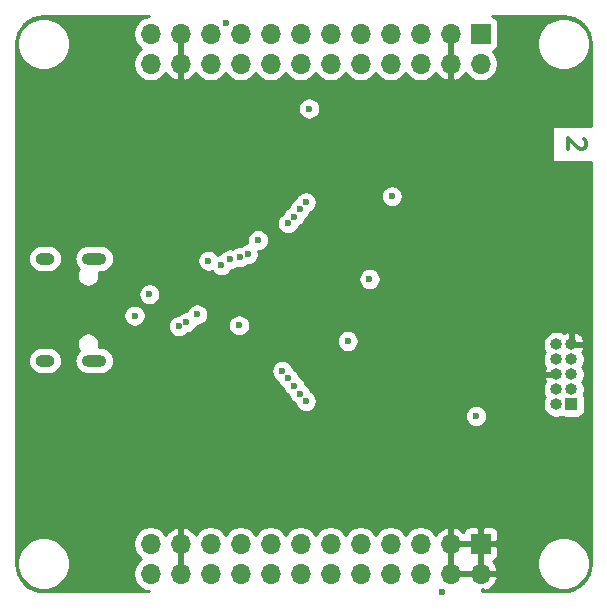
<source format=gbr>
G04 #@! TF.GenerationSoftware,KiCad,Pcbnew,(5.1.10-1-10_14)*
G04 #@! TF.CreationDate,2021-09-03T00:17:14+08:00*
G04 #@! TF.ProjectId,stm32f401_devboard,73746d33-3266-4343-9031-5f646576626f,rev?*
G04 #@! TF.SameCoordinates,Original*
G04 #@! TF.FileFunction,Copper,L2,Inr*
G04 #@! TF.FilePolarity,Positive*
%FSLAX46Y46*%
G04 Gerber Fmt 4.6, Leading zero omitted, Abs format (unit mm)*
G04 Created by KiCad (PCBNEW (5.1.10-1-10_14)) date 2021-09-03 00:17:14*
%MOMM*%
%LPD*%
G01*
G04 APERTURE LIST*
G04 #@! TA.AperFunction,NonConductor*
%ADD10C,0.300000*%
G04 #@! TD*
G04 #@! TA.AperFunction,ComponentPad*
%ADD11O,1.700000X1.700000*%
G04 #@! TD*
G04 #@! TA.AperFunction,ComponentPad*
%ADD12R,1.700000X1.700000*%
G04 #@! TD*
G04 #@! TA.AperFunction,ComponentPad*
%ADD13O,2.100000X1.000000*%
G04 #@! TD*
G04 #@! TA.AperFunction,ComponentPad*
%ADD14O,1.600000X1.000000*%
G04 #@! TD*
G04 #@! TA.AperFunction,ComponentPad*
%ADD15O,1.000000X1.000000*%
G04 #@! TD*
G04 #@! TA.AperFunction,ComponentPad*
%ADD16R,1.000000X1.000000*%
G04 #@! TD*
G04 #@! TA.AperFunction,ViaPad*
%ADD17C,0.600000*%
G04 #@! TD*
G04 #@! TA.AperFunction,Conductor*
%ADD18C,0.254000*%
G04 #@! TD*
G04 #@! TA.AperFunction,Conductor*
%ADD19C,0.100000*%
G04 #@! TD*
G04 APERTURE END LIST*
D10*
X148778571Y-81061428D02*
X148850000Y-81132857D01*
X148921428Y-81275714D01*
X148921428Y-81632857D01*
X148850000Y-81775714D01*
X148778571Y-81847142D01*
X148635714Y-81918571D01*
X148492857Y-81918571D01*
X148278571Y-81847142D01*
X147421428Y-80990000D01*
X147421428Y-81918571D01*
D11*
X112060000Y-117860000D03*
X112060000Y-115320000D03*
X114600000Y-117860000D03*
X114600000Y-115320000D03*
X117140000Y-117860000D03*
X117140000Y-115320000D03*
X119680000Y-117860000D03*
X119680000Y-115320000D03*
X122220000Y-117860000D03*
X122220000Y-115320000D03*
X124760000Y-117860000D03*
X124760000Y-115320000D03*
X127300000Y-117860000D03*
X127300000Y-115320000D03*
X129840000Y-117860000D03*
X129840000Y-115320000D03*
X132380000Y-117860000D03*
X132380000Y-115320000D03*
X134920000Y-117860000D03*
X134920000Y-115320000D03*
X137460000Y-117860000D03*
X137460000Y-115320000D03*
X140000000Y-117860000D03*
D12*
X140000000Y-115320000D03*
D11*
X112060000Y-74680000D03*
X112060000Y-72140000D03*
X114600000Y-74680000D03*
X114600000Y-72140000D03*
X117140000Y-74680000D03*
X117140000Y-72140000D03*
X119680000Y-74680000D03*
X119680000Y-72140000D03*
X122220000Y-74680000D03*
X122220000Y-72140000D03*
X124760000Y-74680000D03*
X124760000Y-72140000D03*
X127300000Y-74680000D03*
X127300000Y-72140000D03*
X129840000Y-74680000D03*
X129840000Y-72140000D03*
X132380000Y-74680000D03*
X132380000Y-72140000D03*
X134920000Y-74680000D03*
X134920000Y-72140000D03*
X137460000Y-74680000D03*
X137460000Y-72140000D03*
X140000000Y-74680000D03*
D12*
X140000000Y-72140000D03*
D13*
X107290000Y-99820000D03*
X107290000Y-91180000D03*
D14*
X103110000Y-91180000D03*
X103110000Y-99820000D03*
D15*
X147685000Y-98430000D03*
X146415000Y-98430000D03*
X147685000Y-99700000D03*
X146415000Y-99700000D03*
X147685000Y-100970000D03*
X146415000Y-100970000D03*
X147685000Y-102240000D03*
X146415000Y-102240000D03*
X146415000Y-103510000D03*
D16*
X147685000Y-103510000D03*
D17*
X123480000Y-105040000D03*
X125000000Y-94000000D03*
X126500000Y-94000000D03*
X123500000Y-94000000D03*
X123500000Y-92500000D03*
X125000000Y-92500000D03*
X126500000Y-92500000D03*
X125000000Y-95500000D03*
X123500000Y-95500000D03*
X126500000Y-95500000D03*
X109440000Y-89690000D03*
X110297823Y-100997823D03*
X136180000Y-92260000D03*
X146840000Y-108680000D03*
X142100000Y-102360000D03*
X130890000Y-104780000D03*
X105530000Y-81390000D03*
X143770000Y-81130000D03*
X146820000Y-87800000D03*
X116950000Y-91350000D03*
X115080000Y-96580000D03*
X125478000Y-78470000D03*
X116010000Y-95910000D03*
X118460000Y-71240000D03*
X128740000Y-98150000D03*
X119540000Y-96830000D03*
X121160000Y-89610000D03*
X132480000Y-85890000D03*
X139620000Y-104500000D03*
X123198000Y-100695229D03*
X136740000Y-119400000D03*
X130590000Y-92910000D03*
X125198000Y-103240000D03*
X124698000Y-102609877D03*
X124198000Y-101940322D03*
X123698000Y-101296678D03*
X114427755Y-96901105D03*
X110700000Y-96000000D03*
X111960000Y-94198000D03*
X118060000Y-91720000D03*
X118770000Y-91240000D03*
X119592386Y-91056046D03*
X120280000Y-90820000D03*
X123698000Y-88195231D03*
X124198000Y-87615547D03*
X124698000Y-86983596D03*
X125198000Y-86400000D03*
D18*
X111626842Y-70712068D02*
X111356589Y-70824010D01*
X111113368Y-70986525D01*
X110906525Y-71193368D01*
X110744010Y-71436589D01*
X110632068Y-71706842D01*
X110575000Y-71993740D01*
X110575000Y-72286260D01*
X110632068Y-72573158D01*
X110744010Y-72843411D01*
X110906525Y-73086632D01*
X111113368Y-73293475D01*
X111287760Y-73410000D01*
X111113368Y-73526525D01*
X110906525Y-73733368D01*
X110744010Y-73976589D01*
X110632068Y-74246842D01*
X110575000Y-74533740D01*
X110575000Y-74826260D01*
X110632068Y-75113158D01*
X110744010Y-75383411D01*
X110906525Y-75626632D01*
X111113368Y-75833475D01*
X111356589Y-75995990D01*
X111626842Y-76107932D01*
X111913740Y-76165000D01*
X112206260Y-76165000D01*
X112493158Y-76107932D01*
X112763411Y-75995990D01*
X113006632Y-75833475D01*
X113213475Y-75626632D01*
X113335195Y-75444466D01*
X113404822Y-75561355D01*
X113599731Y-75777588D01*
X113833080Y-75951641D01*
X114095901Y-76076825D01*
X114243110Y-76121476D01*
X114473000Y-76000155D01*
X114473000Y-74807000D01*
X114453000Y-74807000D01*
X114453000Y-74553000D01*
X114473000Y-74553000D01*
X114473000Y-72267000D01*
X114453000Y-72267000D01*
X114453000Y-72013000D01*
X114473000Y-72013000D01*
X114473000Y-71993000D01*
X114727000Y-71993000D01*
X114727000Y-72013000D01*
X114747000Y-72013000D01*
X114747000Y-72267000D01*
X114727000Y-72267000D01*
X114727000Y-74553000D01*
X114747000Y-74553000D01*
X114747000Y-74807000D01*
X114727000Y-74807000D01*
X114727000Y-76000155D01*
X114956890Y-76121476D01*
X115104099Y-76076825D01*
X115366920Y-75951641D01*
X115600269Y-75777588D01*
X115795178Y-75561355D01*
X115864805Y-75444466D01*
X115986525Y-75626632D01*
X116193368Y-75833475D01*
X116436589Y-75995990D01*
X116706842Y-76107932D01*
X116993740Y-76165000D01*
X117286260Y-76165000D01*
X117573158Y-76107932D01*
X117843411Y-75995990D01*
X118086632Y-75833475D01*
X118293475Y-75626632D01*
X118410000Y-75452240D01*
X118526525Y-75626632D01*
X118733368Y-75833475D01*
X118976589Y-75995990D01*
X119246842Y-76107932D01*
X119533740Y-76165000D01*
X119826260Y-76165000D01*
X120113158Y-76107932D01*
X120383411Y-75995990D01*
X120626632Y-75833475D01*
X120833475Y-75626632D01*
X120950000Y-75452240D01*
X121066525Y-75626632D01*
X121273368Y-75833475D01*
X121516589Y-75995990D01*
X121786842Y-76107932D01*
X122073740Y-76165000D01*
X122366260Y-76165000D01*
X122653158Y-76107932D01*
X122923411Y-75995990D01*
X123166632Y-75833475D01*
X123373475Y-75626632D01*
X123490000Y-75452240D01*
X123606525Y-75626632D01*
X123813368Y-75833475D01*
X124056589Y-75995990D01*
X124326842Y-76107932D01*
X124613740Y-76165000D01*
X124906260Y-76165000D01*
X125193158Y-76107932D01*
X125463411Y-75995990D01*
X125706632Y-75833475D01*
X125913475Y-75626632D01*
X126030000Y-75452240D01*
X126146525Y-75626632D01*
X126353368Y-75833475D01*
X126596589Y-75995990D01*
X126866842Y-76107932D01*
X127153740Y-76165000D01*
X127446260Y-76165000D01*
X127733158Y-76107932D01*
X128003411Y-75995990D01*
X128246632Y-75833475D01*
X128453475Y-75626632D01*
X128570000Y-75452240D01*
X128686525Y-75626632D01*
X128893368Y-75833475D01*
X129136589Y-75995990D01*
X129406842Y-76107932D01*
X129693740Y-76165000D01*
X129986260Y-76165000D01*
X130273158Y-76107932D01*
X130543411Y-75995990D01*
X130786632Y-75833475D01*
X130993475Y-75626632D01*
X131110000Y-75452240D01*
X131226525Y-75626632D01*
X131433368Y-75833475D01*
X131676589Y-75995990D01*
X131946842Y-76107932D01*
X132233740Y-76165000D01*
X132526260Y-76165000D01*
X132813158Y-76107932D01*
X133083411Y-75995990D01*
X133326632Y-75833475D01*
X133533475Y-75626632D01*
X133650000Y-75452240D01*
X133766525Y-75626632D01*
X133973368Y-75833475D01*
X134216589Y-75995990D01*
X134486842Y-76107932D01*
X134773740Y-76165000D01*
X135066260Y-76165000D01*
X135353158Y-76107932D01*
X135623411Y-75995990D01*
X135866632Y-75833475D01*
X136073475Y-75626632D01*
X136195195Y-75444466D01*
X136264822Y-75561355D01*
X136459731Y-75777588D01*
X136693080Y-75951641D01*
X136955901Y-76076825D01*
X137103110Y-76121476D01*
X137333000Y-76000155D01*
X137333000Y-74807000D01*
X137313000Y-74807000D01*
X137313000Y-74553000D01*
X137333000Y-74553000D01*
X137333000Y-72267000D01*
X137313000Y-72267000D01*
X137313000Y-72013000D01*
X137333000Y-72013000D01*
X137333000Y-71993000D01*
X137587000Y-71993000D01*
X137587000Y-72013000D01*
X137607000Y-72013000D01*
X137607000Y-72267000D01*
X137587000Y-72267000D01*
X137587000Y-74553000D01*
X137607000Y-74553000D01*
X137607000Y-74807000D01*
X137587000Y-74807000D01*
X137587000Y-76000155D01*
X137816890Y-76121476D01*
X137964099Y-76076825D01*
X138226920Y-75951641D01*
X138460269Y-75777588D01*
X138655178Y-75561355D01*
X138724805Y-75444466D01*
X138846525Y-75626632D01*
X139053368Y-75833475D01*
X139296589Y-75995990D01*
X139566842Y-76107932D01*
X139853740Y-76165000D01*
X140146260Y-76165000D01*
X140433158Y-76107932D01*
X140703411Y-75995990D01*
X140946632Y-75833475D01*
X141153475Y-75626632D01*
X141315990Y-75383411D01*
X141427932Y-75113158D01*
X141485000Y-74826260D01*
X141485000Y-74533740D01*
X141427932Y-74246842D01*
X141315990Y-73976589D01*
X141153475Y-73733368D01*
X141021620Y-73601513D01*
X141094180Y-73579502D01*
X141204494Y-73520537D01*
X141301185Y-73441185D01*
X141380537Y-73344494D01*
X141439502Y-73234180D01*
X141475812Y-73114482D01*
X141488072Y-72990000D01*
X141488072Y-72779872D01*
X144765000Y-72779872D01*
X144765000Y-73220128D01*
X144850890Y-73651925D01*
X145019369Y-74058669D01*
X145263962Y-74424729D01*
X145575271Y-74736038D01*
X145941331Y-74980631D01*
X146348075Y-75149110D01*
X146779872Y-75235000D01*
X147220128Y-75235000D01*
X147651925Y-75149110D01*
X148058669Y-74980631D01*
X148424729Y-74736038D01*
X148736038Y-74424729D01*
X148980631Y-74058669D01*
X149149110Y-73651925D01*
X149235000Y-73220128D01*
X149235000Y-72779872D01*
X149149110Y-72348075D01*
X148980631Y-71941331D01*
X148736038Y-71575271D01*
X148424729Y-71263962D01*
X148058669Y-71019369D01*
X147651925Y-70850890D01*
X147220128Y-70765000D01*
X146779872Y-70765000D01*
X146348075Y-70850890D01*
X145941331Y-71019369D01*
X145575271Y-71263962D01*
X145263962Y-71575271D01*
X145019369Y-71941331D01*
X144850890Y-72348075D01*
X144765000Y-72779872D01*
X141488072Y-72779872D01*
X141488072Y-71290000D01*
X141475812Y-71165518D01*
X141439502Y-71045820D01*
X141380537Y-70935506D01*
X141301185Y-70838815D01*
X141204494Y-70759463D01*
X141094180Y-70700498D01*
X140974482Y-70664188D01*
X140931959Y-70660000D01*
X146967721Y-70660000D01*
X147453893Y-70707670D01*
X147890498Y-70839489D01*
X148293185Y-71053600D01*
X148646612Y-71341848D01*
X148937327Y-71693261D01*
X149154242Y-72094439D01*
X149289106Y-72530113D01*
X149340000Y-73014344D01*
X149340000Y-79990715D01*
X146070000Y-79990715D01*
X146070000Y-82989286D01*
X149340000Y-82989286D01*
X149340001Y-116967711D01*
X149292330Y-117453894D01*
X149160512Y-117890497D01*
X148946399Y-118293186D01*
X148658150Y-118646613D01*
X148306739Y-118937327D01*
X147905564Y-119154240D01*
X147469886Y-119289106D01*
X146985664Y-119340000D01*
X140127002Y-119340000D01*
X140127002Y-119180156D01*
X140356890Y-119301476D01*
X140504099Y-119256825D01*
X140766920Y-119131641D01*
X141000269Y-118957588D01*
X141195178Y-118741355D01*
X141344157Y-118491252D01*
X141441481Y-118216891D01*
X141320814Y-117987000D01*
X140127000Y-117987000D01*
X140127000Y-118007000D01*
X139873000Y-118007000D01*
X139873000Y-117987000D01*
X137587000Y-117987000D01*
X137587000Y-118007000D01*
X137333000Y-118007000D01*
X137333000Y-117987000D01*
X137313000Y-117987000D01*
X137313000Y-117733000D01*
X137333000Y-117733000D01*
X137333000Y-115447000D01*
X137587000Y-115447000D01*
X137587000Y-117733000D01*
X139873000Y-117733000D01*
X139873000Y-115447000D01*
X140127000Y-115447000D01*
X140127000Y-117733000D01*
X141320814Y-117733000D01*
X141441481Y-117503109D01*
X141344157Y-117228748D01*
X141195178Y-116978645D01*
X141018374Y-116782498D01*
X141027030Y-116779872D01*
X144765000Y-116779872D01*
X144765000Y-117220128D01*
X144850890Y-117651925D01*
X145019369Y-118058669D01*
X145263962Y-118424729D01*
X145575271Y-118736038D01*
X145941331Y-118980631D01*
X146348075Y-119149110D01*
X146779872Y-119235000D01*
X147220128Y-119235000D01*
X147651925Y-119149110D01*
X148058669Y-118980631D01*
X148424729Y-118736038D01*
X148736038Y-118424729D01*
X148980631Y-118058669D01*
X149149110Y-117651925D01*
X149235000Y-117220128D01*
X149235000Y-116779872D01*
X149149110Y-116348075D01*
X148980631Y-115941331D01*
X148736038Y-115575271D01*
X148424729Y-115263962D01*
X148058669Y-115019369D01*
X147651925Y-114850890D01*
X147220128Y-114765000D01*
X146779872Y-114765000D01*
X146348075Y-114850890D01*
X145941331Y-115019369D01*
X145575271Y-115263962D01*
X145263962Y-115575271D01*
X145019369Y-115941331D01*
X144850890Y-116348075D01*
X144765000Y-116779872D01*
X141027030Y-116779872D01*
X141094180Y-116759502D01*
X141204494Y-116700537D01*
X141301185Y-116621185D01*
X141380537Y-116524494D01*
X141439502Y-116414180D01*
X141475812Y-116294482D01*
X141488072Y-116170000D01*
X141485000Y-115605750D01*
X141326250Y-115447000D01*
X140127000Y-115447000D01*
X139873000Y-115447000D01*
X137587000Y-115447000D01*
X137333000Y-115447000D01*
X137313000Y-115447000D01*
X137313000Y-115193000D01*
X137333000Y-115193000D01*
X137333000Y-113999845D01*
X137587000Y-113999845D01*
X137587000Y-115193000D01*
X139873000Y-115193000D01*
X139873000Y-113993750D01*
X140127000Y-113993750D01*
X140127000Y-115193000D01*
X141326250Y-115193000D01*
X141485000Y-115034250D01*
X141488072Y-114470000D01*
X141475812Y-114345518D01*
X141439502Y-114225820D01*
X141380537Y-114115506D01*
X141301185Y-114018815D01*
X141204494Y-113939463D01*
X141094180Y-113880498D01*
X140974482Y-113844188D01*
X140850000Y-113831928D01*
X140285750Y-113835000D01*
X140127000Y-113993750D01*
X139873000Y-113993750D01*
X139714250Y-113835000D01*
X139150000Y-113831928D01*
X139025518Y-113844188D01*
X138905820Y-113880498D01*
X138795506Y-113939463D01*
X138698815Y-114018815D01*
X138619463Y-114115506D01*
X138560498Y-114225820D01*
X138536034Y-114306466D01*
X138460269Y-114222412D01*
X138226920Y-114048359D01*
X137964099Y-113923175D01*
X137816890Y-113878524D01*
X137587000Y-113999845D01*
X137333000Y-113999845D01*
X137103110Y-113878524D01*
X136955901Y-113923175D01*
X136693080Y-114048359D01*
X136459731Y-114222412D01*
X136264822Y-114438645D01*
X136195195Y-114555534D01*
X136073475Y-114373368D01*
X135866632Y-114166525D01*
X135623411Y-114004010D01*
X135353158Y-113892068D01*
X135066260Y-113835000D01*
X134773740Y-113835000D01*
X134486842Y-113892068D01*
X134216589Y-114004010D01*
X133973368Y-114166525D01*
X133766525Y-114373368D01*
X133650000Y-114547760D01*
X133533475Y-114373368D01*
X133326632Y-114166525D01*
X133083411Y-114004010D01*
X132813158Y-113892068D01*
X132526260Y-113835000D01*
X132233740Y-113835000D01*
X131946842Y-113892068D01*
X131676589Y-114004010D01*
X131433368Y-114166525D01*
X131226525Y-114373368D01*
X131110000Y-114547760D01*
X130993475Y-114373368D01*
X130786632Y-114166525D01*
X130543411Y-114004010D01*
X130273158Y-113892068D01*
X129986260Y-113835000D01*
X129693740Y-113835000D01*
X129406842Y-113892068D01*
X129136589Y-114004010D01*
X128893368Y-114166525D01*
X128686525Y-114373368D01*
X128570000Y-114547760D01*
X128453475Y-114373368D01*
X128246632Y-114166525D01*
X128003411Y-114004010D01*
X127733158Y-113892068D01*
X127446260Y-113835000D01*
X127153740Y-113835000D01*
X126866842Y-113892068D01*
X126596589Y-114004010D01*
X126353368Y-114166525D01*
X126146525Y-114373368D01*
X126030000Y-114547760D01*
X125913475Y-114373368D01*
X125706632Y-114166525D01*
X125463411Y-114004010D01*
X125193158Y-113892068D01*
X124906260Y-113835000D01*
X124613740Y-113835000D01*
X124326842Y-113892068D01*
X124056589Y-114004010D01*
X123813368Y-114166525D01*
X123606525Y-114373368D01*
X123490000Y-114547760D01*
X123373475Y-114373368D01*
X123166632Y-114166525D01*
X122923411Y-114004010D01*
X122653158Y-113892068D01*
X122366260Y-113835000D01*
X122073740Y-113835000D01*
X121786842Y-113892068D01*
X121516589Y-114004010D01*
X121273368Y-114166525D01*
X121066525Y-114373368D01*
X120950000Y-114547760D01*
X120833475Y-114373368D01*
X120626632Y-114166525D01*
X120383411Y-114004010D01*
X120113158Y-113892068D01*
X119826260Y-113835000D01*
X119533740Y-113835000D01*
X119246842Y-113892068D01*
X118976589Y-114004010D01*
X118733368Y-114166525D01*
X118526525Y-114373368D01*
X118410000Y-114547760D01*
X118293475Y-114373368D01*
X118086632Y-114166525D01*
X117843411Y-114004010D01*
X117573158Y-113892068D01*
X117286260Y-113835000D01*
X116993740Y-113835000D01*
X116706842Y-113892068D01*
X116436589Y-114004010D01*
X116193368Y-114166525D01*
X115986525Y-114373368D01*
X115864805Y-114555534D01*
X115795178Y-114438645D01*
X115600269Y-114222412D01*
X115366920Y-114048359D01*
X115104099Y-113923175D01*
X114956890Y-113878524D01*
X114727000Y-113999845D01*
X114727000Y-115193000D01*
X114747000Y-115193000D01*
X114747000Y-115447000D01*
X114727000Y-115447000D01*
X114727000Y-117733000D01*
X114747000Y-117733000D01*
X114747000Y-117987000D01*
X114727000Y-117987000D01*
X114727000Y-118007000D01*
X114473000Y-118007000D01*
X114473000Y-117987000D01*
X114453000Y-117987000D01*
X114453000Y-117733000D01*
X114473000Y-117733000D01*
X114473000Y-115447000D01*
X114453000Y-115447000D01*
X114453000Y-115193000D01*
X114473000Y-115193000D01*
X114473000Y-113999845D01*
X114243110Y-113878524D01*
X114095901Y-113923175D01*
X113833080Y-114048359D01*
X113599731Y-114222412D01*
X113404822Y-114438645D01*
X113335195Y-114555534D01*
X113213475Y-114373368D01*
X113006632Y-114166525D01*
X112763411Y-114004010D01*
X112493158Y-113892068D01*
X112206260Y-113835000D01*
X111913740Y-113835000D01*
X111626842Y-113892068D01*
X111356589Y-114004010D01*
X111113368Y-114166525D01*
X110906525Y-114373368D01*
X110744010Y-114616589D01*
X110632068Y-114886842D01*
X110575000Y-115173740D01*
X110575000Y-115466260D01*
X110632068Y-115753158D01*
X110744010Y-116023411D01*
X110906525Y-116266632D01*
X111113368Y-116473475D01*
X111287760Y-116590000D01*
X111113368Y-116706525D01*
X110906525Y-116913368D01*
X110744010Y-117156589D01*
X110632068Y-117426842D01*
X110575000Y-117713740D01*
X110575000Y-118006260D01*
X110632068Y-118293158D01*
X110744010Y-118563411D01*
X110906525Y-118806632D01*
X111113368Y-119013475D01*
X111356589Y-119175990D01*
X111626842Y-119287932D01*
X111888603Y-119340000D01*
X103032279Y-119340000D01*
X102546106Y-119292330D01*
X102109503Y-119160512D01*
X101706814Y-118946399D01*
X101353387Y-118658150D01*
X101062673Y-118306739D01*
X100845760Y-117905564D01*
X100710894Y-117469886D01*
X100660000Y-116985664D01*
X100660000Y-116779872D01*
X100765000Y-116779872D01*
X100765000Y-117220128D01*
X100850890Y-117651925D01*
X101019369Y-118058669D01*
X101263962Y-118424729D01*
X101575271Y-118736038D01*
X101941331Y-118980631D01*
X102348075Y-119149110D01*
X102779872Y-119235000D01*
X103220128Y-119235000D01*
X103651925Y-119149110D01*
X104058669Y-118980631D01*
X104424729Y-118736038D01*
X104736038Y-118424729D01*
X104980631Y-118058669D01*
X105149110Y-117651925D01*
X105235000Y-117220128D01*
X105235000Y-116779872D01*
X105149110Y-116348075D01*
X104980631Y-115941331D01*
X104736038Y-115575271D01*
X104424729Y-115263962D01*
X104058669Y-115019369D01*
X103651925Y-114850890D01*
X103220128Y-114765000D01*
X102779872Y-114765000D01*
X102348075Y-114850890D01*
X101941331Y-115019369D01*
X101575271Y-115263962D01*
X101263962Y-115575271D01*
X101019369Y-115941331D01*
X100850890Y-116348075D01*
X100765000Y-116779872D01*
X100660000Y-116779872D01*
X100660000Y-104407911D01*
X138685000Y-104407911D01*
X138685000Y-104592089D01*
X138720932Y-104772729D01*
X138791414Y-104942889D01*
X138893738Y-105096028D01*
X139023972Y-105226262D01*
X139177111Y-105328586D01*
X139347271Y-105399068D01*
X139527911Y-105435000D01*
X139712089Y-105435000D01*
X139892729Y-105399068D01*
X140062889Y-105328586D01*
X140216028Y-105226262D01*
X140346262Y-105096028D01*
X140448586Y-104942889D01*
X140519068Y-104772729D01*
X140555000Y-104592089D01*
X140555000Y-104407911D01*
X140519068Y-104227271D01*
X140448586Y-104057111D01*
X140346262Y-103903972D01*
X140216028Y-103773738D01*
X140062889Y-103671414D01*
X139892729Y-103600932D01*
X139712089Y-103565000D01*
X139527911Y-103565000D01*
X139347271Y-103600932D01*
X139177111Y-103671414D01*
X139023972Y-103773738D01*
X138893738Y-103903972D01*
X138791414Y-104057111D01*
X138720932Y-104227271D01*
X138685000Y-104407911D01*
X100660000Y-104407911D01*
X100660000Y-99820000D01*
X101669509Y-99820000D01*
X101691423Y-100042499D01*
X101756324Y-100256447D01*
X101861716Y-100453623D01*
X102003551Y-100626449D01*
X102176377Y-100768284D01*
X102373553Y-100873676D01*
X102587501Y-100938577D01*
X102754248Y-100955000D01*
X103465752Y-100955000D01*
X103632499Y-100938577D01*
X103846447Y-100873676D01*
X104043623Y-100768284D01*
X104216449Y-100626449D01*
X104358284Y-100453623D01*
X104463676Y-100256447D01*
X104528577Y-100042499D01*
X104550491Y-99820000D01*
X105599509Y-99820000D01*
X105621423Y-100042499D01*
X105686324Y-100256447D01*
X105791716Y-100453623D01*
X105933551Y-100626449D01*
X106106377Y-100768284D01*
X106303553Y-100873676D01*
X106517501Y-100938577D01*
X106684248Y-100955000D01*
X107895752Y-100955000D01*
X108062499Y-100938577D01*
X108276447Y-100873676D01*
X108473623Y-100768284D01*
X108646449Y-100626449D01*
X108665578Y-100603140D01*
X122263000Y-100603140D01*
X122263000Y-100787318D01*
X122298932Y-100967958D01*
X122369414Y-101138118D01*
X122471738Y-101291257D01*
X122601972Y-101421491D01*
X122755111Y-101523815D01*
X122792983Y-101539502D01*
X122798932Y-101569407D01*
X122869414Y-101739567D01*
X122971738Y-101892706D01*
X123101972Y-102022940D01*
X123255111Y-102125264D01*
X123283837Y-102137162D01*
X123298932Y-102213051D01*
X123369414Y-102383211D01*
X123471738Y-102536350D01*
X123601972Y-102666584D01*
X123755111Y-102768908D01*
X123778220Y-102778480D01*
X123798932Y-102882606D01*
X123869414Y-103052766D01*
X123971738Y-103205905D01*
X124101972Y-103336139D01*
X124255111Y-103438463D01*
X124286768Y-103451576D01*
X124298932Y-103512729D01*
X124369414Y-103682889D01*
X124471738Y-103836028D01*
X124601972Y-103966262D01*
X124755111Y-104068586D01*
X124925271Y-104139068D01*
X125105911Y-104175000D01*
X125290089Y-104175000D01*
X125470729Y-104139068D01*
X125640889Y-104068586D01*
X125794028Y-103966262D01*
X125924262Y-103836028D01*
X126026586Y-103682889D01*
X126097068Y-103512729D01*
X126133000Y-103332089D01*
X126133000Y-103147911D01*
X126097068Y-102967271D01*
X126026586Y-102797111D01*
X125924262Y-102643972D01*
X125794028Y-102513738D01*
X125640889Y-102411414D01*
X125609232Y-102398301D01*
X125597068Y-102337148D01*
X125526586Y-102166988D01*
X125424262Y-102013849D01*
X125294028Y-101883615D01*
X125140889Y-101781291D01*
X125117780Y-101771719D01*
X125097068Y-101667593D01*
X125026586Y-101497433D01*
X124924262Y-101344294D01*
X124794028Y-101214060D01*
X124640889Y-101111736D01*
X124612163Y-101099838D01*
X124597068Y-101023949D01*
X124526586Y-100853789D01*
X124424262Y-100700650D01*
X124294028Y-100570416D01*
X124140889Y-100468092D01*
X124103017Y-100452405D01*
X124097068Y-100422500D01*
X124026586Y-100252340D01*
X123924262Y-100099201D01*
X123794028Y-99968967D01*
X123640889Y-99866643D01*
X123470729Y-99796161D01*
X123290089Y-99760229D01*
X123105911Y-99760229D01*
X122925271Y-99796161D01*
X122755111Y-99866643D01*
X122601972Y-99968967D01*
X122471738Y-100099201D01*
X122369414Y-100252340D01*
X122298932Y-100422500D01*
X122263000Y-100603140D01*
X108665578Y-100603140D01*
X108788284Y-100453623D01*
X108893676Y-100256447D01*
X108958577Y-100042499D01*
X108980491Y-99820000D01*
X108958577Y-99597501D01*
X108893676Y-99383553D01*
X108788284Y-99186377D01*
X108646449Y-99013551D01*
X108473623Y-98871716D01*
X108276447Y-98766324D01*
X108062499Y-98701423D01*
X107895752Y-98685000D01*
X107676904Y-98685000D01*
X107683108Y-98670022D01*
X107720000Y-98484552D01*
X107720000Y-98295448D01*
X107683108Y-98109978D01*
X107661542Y-98057911D01*
X127805000Y-98057911D01*
X127805000Y-98242089D01*
X127840932Y-98422729D01*
X127911414Y-98592889D01*
X128013738Y-98746028D01*
X128143972Y-98876262D01*
X128297111Y-98978586D01*
X128467271Y-99049068D01*
X128647911Y-99085000D01*
X128832089Y-99085000D01*
X129012729Y-99049068D01*
X129182889Y-98978586D01*
X129336028Y-98876262D01*
X129466262Y-98746028D01*
X129568586Y-98592889D01*
X129639068Y-98422729D01*
X129659857Y-98318212D01*
X145280000Y-98318212D01*
X145280000Y-98541788D01*
X145323617Y-98761067D01*
X145409176Y-98967624D01*
X145474241Y-99065000D01*
X145409176Y-99162376D01*
X145323617Y-99368933D01*
X145280000Y-99588212D01*
X145280000Y-99811788D01*
X145323617Y-100031067D01*
X145409176Y-100237624D01*
X145477353Y-100339658D01*
X145427877Y-100409794D01*
X145337554Y-100613136D01*
X145320881Y-100668126D01*
X145447046Y-100843000D01*
X146288000Y-100843000D01*
X146288000Y-100831974D01*
X146303212Y-100835000D01*
X146526788Y-100835000D01*
X146542000Y-100831974D01*
X146542000Y-100843000D01*
X146553026Y-100843000D01*
X146550000Y-100858212D01*
X146550000Y-101081788D01*
X146553026Y-101097000D01*
X146542000Y-101097000D01*
X146542000Y-101108026D01*
X146526788Y-101105000D01*
X146303212Y-101105000D01*
X146288000Y-101108026D01*
X146288000Y-101097000D01*
X145447046Y-101097000D01*
X145320881Y-101271874D01*
X145337554Y-101326864D01*
X145427877Y-101530206D01*
X145477353Y-101600342D01*
X145409176Y-101702376D01*
X145323617Y-101908933D01*
X145280000Y-102128212D01*
X145280000Y-102351788D01*
X145323617Y-102571067D01*
X145409176Y-102777624D01*
X145474241Y-102875000D01*
X145409176Y-102972376D01*
X145323617Y-103178933D01*
X145280000Y-103398212D01*
X145280000Y-103621788D01*
X145323617Y-103841067D01*
X145409176Y-104047624D01*
X145533388Y-104233520D01*
X145691480Y-104391612D01*
X145877376Y-104515824D01*
X146083933Y-104601383D01*
X146303212Y-104645000D01*
X146526788Y-104645000D01*
X146746067Y-104601383D01*
X146857774Y-104555112D01*
X146940820Y-104599502D01*
X147060518Y-104635812D01*
X147185000Y-104648072D01*
X148185000Y-104648072D01*
X148309482Y-104635812D01*
X148429180Y-104599502D01*
X148539494Y-104540537D01*
X148636185Y-104461185D01*
X148715537Y-104364494D01*
X148774502Y-104254180D01*
X148810812Y-104134482D01*
X148823072Y-104010000D01*
X148823072Y-103010000D01*
X148810812Y-102885518D01*
X148774502Y-102765820D01*
X148730112Y-102682774D01*
X148776383Y-102571067D01*
X148820000Y-102351788D01*
X148820000Y-102128212D01*
X148776383Y-101908933D01*
X148690824Y-101702376D01*
X148625759Y-101605000D01*
X148690824Y-101507624D01*
X148776383Y-101301067D01*
X148820000Y-101081788D01*
X148820000Y-100858212D01*
X148776383Y-100638933D01*
X148690824Y-100432376D01*
X148625759Y-100335000D01*
X148690824Y-100237624D01*
X148776383Y-100031067D01*
X148820000Y-99811788D01*
X148820000Y-99588212D01*
X148776383Y-99368933D01*
X148690824Y-99162376D01*
X148622647Y-99060342D01*
X148672123Y-98990206D01*
X148762446Y-98786864D01*
X148779119Y-98731874D01*
X148652954Y-98557000D01*
X147812000Y-98557000D01*
X147812000Y-98568026D01*
X147796788Y-98565000D01*
X147573212Y-98565000D01*
X147558000Y-98568026D01*
X147558000Y-98557000D01*
X147546974Y-98557000D01*
X147550000Y-98541788D01*
X147550000Y-98318212D01*
X147546974Y-98303000D01*
X147558000Y-98303000D01*
X147558000Y-97460871D01*
X147812000Y-97460871D01*
X147812000Y-98303000D01*
X148652954Y-98303000D01*
X148779119Y-98128126D01*
X148762446Y-98073136D01*
X148672123Y-97869794D01*
X148543865Y-97687980D01*
X148382601Y-97534682D01*
X148194529Y-97415790D01*
X147986876Y-97335874D01*
X147812000Y-97460871D01*
X147558000Y-97460871D01*
X147383124Y-97335874D01*
X147175471Y-97415790D01*
X147054512Y-97492256D01*
X146952624Y-97424176D01*
X146746067Y-97338617D01*
X146526788Y-97295000D01*
X146303212Y-97295000D01*
X146083933Y-97338617D01*
X145877376Y-97424176D01*
X145691480Y-97548388D01*
X145533388Y-97706480D01*
X145409176Y-97892376D01*
X145323617Y-98098933D01*
X145280000Y-98318212D01*
X129659857Y-98318212D01*
X129675000Y-98242089D01*
X129675000Y-98057911D01*
X129639068Y-97877271D01*
X129568586Y-97707111D01*
X129466262Y-97553972D01*
X129336028Y-97423738D01*
X129182889Y-97321414D01*
X129012729Y-97250932D01*
X128832089Y-97215000D01*
X128647911Y-97215000D01*
X128467271Y-97250932D01*
X128297111Y-97321414D01*
X128143972Y-97423738D01*
X128013738Y-97553972D01*
X127911414Y-97707111D01*
X127840932Y-97877271D01*
X127805000Y-98057911D01*
X107661542Y-98057911D01*
X107610741Y-97935269D01*
X107505681Y-97778036D01*
X107371964Y-97644319D01*
X107214731Y-97539259D01*
X107040022Y-97466892D01*
X106854552Y-97430000D01*
X106665448Y-97430000D01*
X106479978Y-97466892D01*
X106305269Y-97539259D01*
X106148036Y-97644319D01*
X106014319Y-97778036D01*
X105909259Y-97935269D01*
X105836892Y-98109978D01*
X105800000Y-98295448D01*
X105800000Y-98484552D01*
X105836892Y-98670022D01*
X105909259Y-98844731D01*
X105990715Y-98966638D01*
X105933551Y-99013551D01*
X105791716Y-99186377D01*
X105686324Y-99383553D01*
X105621423Y-99597501D01*
X105599509Y-99820000D01*
X104550491Y-99820000D01*
X104528577Y-99597501D01*
X104463676Y-99383553D01*
X104358284Y-99186377D01*
X104216449Y-99013551D01*
X104043623Y-98871716D01*
X103846447Y-98766324D01*
X103632499Y-98701423D01*
X103465752Y-98685000D01*
X102754248Y-98685000D01*
X102587501Y-98701423D01*
X102373553Y-98766324D01*
X102176377Y-98871716D01*
X102003551Y-99013551D01*
X101861716Y-99186377D01*
X101756324Y-99383553D01*
X101691423Y-99597501D01*
X101669509Y-99820000D01*
X100660000Y-99820000D01*
X100660000Y-95907911D01*
X109765000Y-95907911D01*
X109765000Y-96092089D01*
X109800932Y-96272729D01*
X109871414Y-96442889D01*
X109973738Y-96596028D01*
X110103972Y-96726262D01*
X110257111Y-96828586D01*
X110427271Y-96899068D01*
X110607911Y-96935000D01*
X110792089Y-96935000D01*
X110972729Y-96899068D01*
X111142889Y-96828586D01*
X111172177Y-96809016D01*
X113492755Y-96809016D01*
X113492755Y-96993194D01*
X113528687Y-97173834D01*
X113599169Y-97343994D01*
X113701493Y-97497133D01*
X113831727Y-97627367D01*
X113984866Y-97729691D01*
X114155026Y-97800173D01*
X114335666Y-97836105D01*
X114519844Y-97836105D01*
X114700484Y-97800173D01*
X114870644Y-97729691D01*
X115023783Y-97627367D01*
X115136150Y-97515000D01*
X115172089Y-97515000D01*
X115352729Y-97479068D01*
X115522889Y-97408586D01*
X115676028Y-97306262D01*
X115806262Y-97176028D01*
X115908586Y-97022889D01*
X115979068Y-96852729D01*
X115980605Y-96845000D01*
X116102089Y-96845000D01*
X116282729Y-96809068D01*
X116452889Y-96738586D01*
X116453899Y-96737911D01*
X118605000Y-96737911D01*
X118605000Y-96922089D01*
X118640932Y-97102729D01*
X118711414Y-97272889D01*
X118813738Y-97426028D01*
X118943972Y-97556262D01*
X119097111Y-97658586D01*
X119267271Y-97729068D01*
X119447911Y-97765000D01*
X119632089Y-97765000D01*
X119812729Y-97729068D01*
X119982889Y-97658586D01*
X120136028Y-97556262D01*
X120266262Y-97426028D01*
X120368586Y-97272889D01*
X120439068Y-97102729D01*
X120475000Y-96922089D01*
X120475000Y-96737911D01*
X120439068Y-96557271D01*
X120368586Y-96387111D01*
X120266262Y-96233972D01*
X120136028Y-96103738D01*
X119982889Y-96001414D01*
X119812729Y-95930932D01*
X119632089Y-95895000D01*
X119447911Y-95895000D01*
X119267271Y-95930932D01*
X119097111Y-96001414D01*
X118943972Y-96103738D01*
X118813738Y-96233972D01*
X118711414Y-96387111D01*
X118640932Y-96557271D01*
X118605000Y-96737911D01*
X116453899Y-96737911D01*
X116606028Y-96636262D01*
X116736262Y-96506028D01*
X116838586Y-96352889D01*
X116909068Y-96182729D01*
X116945000Y-96002089D01*
X116945000Y-95817911D01*
X116909068Y-95637271D01*
X116838586Y-95467111D01*
X116736262Y-95313972D01*
X116606028Y-95183738D01*
X116452889Y-95081414D01*
X116282729Y-95010932D01*
X116102089Y-94975000D01*
X115917911Y-94975000D01*
X115737271Y-95010932D01*
X115567111Y-95081414D01*
X115413972Y-95183738D01*
X115283738Y-95313972D01*
X115181414Y-95467111D01*
X115110932Y-95637271D01*
X115109395Y-95645000D01*
X114987911Y-95645000D01*
X114807271Y-95680932D01*
X114637111Y-95751414D01*
X114483972Y-95853738D01*
X114371605Y-95966105D01*
X114335666Y-95966105D01*
X114155026Y-96002037D01*
X113984866Y-96072519D01*
X113831727Y-96174843D01*
X113701493Y-96305077D01*
X113599169Y-96458216D01*
X113528687Y-96628376D01*
X113492755Y-96809016D01*
X111172177Y-96809016D01*
X111296028Y-96726262D01*
X111426262Y-96596028D01*
X111528586Y-96442889D01*
X111599068Y-96272729D01*
X111635000Y-96092089D01*
X111635000Y-95907911D01*
X111599068Y-95727271D01*
X111528586Y-95557111D01*
X111426262Y-95403972D01*
X111296028Y-95273738D01*
X111142889Y-95171414D01*
X110972729Y-95100932D01*
X110792089Y-95065000D01*
X110607911Y-95065000D01*
X110427271Y-95100932D01*
X110257111Y-95171414D01*
X110103972Y-95273738D01*
X109973738Y-95403972D01*
X109871414Y-95557111D01*
X109800932Y-95727271D01*
X109765000Y-95907911D01*
X100660000Y-95907911D01*
X100660000Y-94105911D01*
X111025000Y-94105911D01*
X111025000Y-94290089D01*
X111060932Y-94470729D01*
X111131414Y-94640889D01*
X111233738Y-94794028D01*
X111363972Y-94924262D01*
X111517111Y-95026586D01*
X111687271Y-95097068D01*
X111867911Y-95133000D01*
X112052089Y-95133000D01*
X112232729Y-95097068D01*
X112402889Y-95026586D01*
X112556028Y-94924262D01*
X112686262Y-94794028D01*
X112788586Y-94640889D01*
X112859068Y-94470729D01*
X112895000Y-94290089D01*
X112895000Y-94105911D01*
X112859068Y-93925271D01*
X112788586Y-93755111D01*
X112686262Y-93601972D01*
X112556028Y-93471738D01*
X112402889Y-93369414D01*
X112232729Y-93298932D01*
X112052089Y-93263000D01*
X111867911Y-93263000D01*
X111687271Y-93298932D01*
X111517111Y-93369414D01*
X111363972Y-93471738D01*
X111233738Y-93601972D01*
X111131414Y-93755111D01*
X111060932Y-93925271D01*
X111025000Y-94105911D01*
X100660000Y-94105911D01*
X100660000Y-91180000D01*
X101669509Y-91180000D01*
X101691423Y-91402499D01*
X101756324Y-91616447D01*
X101861716Y-91813623D01*
X102003551Y-91986449D01*
X102176377Y-92128284D01*
X102373553Y-92233676D01*
X102587501Y-92298577D01*
X102754248Y-92315000D01*
X103465752Y-92315000D01*
X103632499Y-92298577D01*
X103846447Y-92233676D01*
X104043623Y-92128284D01*
X104216449Y-91986449D01*
X104358284Y-91813623D01*
X104463676Y-91616447D01*
X104528577Y-91402499D01*
X104550491Y-91180000D01*
X105599509Y-91180000D01*
X105621423Y-91402499D01*
X105686324Y-91616447D01*
X105791716Y-91813623D01*
X105933551Y-91986449D01*
X105990715Y-92033362D01*
X105909259Y-92155269D01*
X105836892Y-92329978D01*
X105800000Y-92515448D01*
X105800000Y-92704552D01*
X105836892Y-92890022D01*
X105909259Y-93064731D01*
X106014319Y-93221964D01*
X106148036Y-93355681D01*
X106305269Y-93460741D01*
X106479978Y-93533108D01*
X106665448Y-93570000D01*
X106854552Y-93570000D01*
X107040022Y-93533108D01*
X107214731Y-93460741D01*
X107371964Y-93355681D01*
X107505681Y-93221964D01*
X107610741Y-93064731D01*
X107683108Y-92890022D01*
X107697451Y-92817911D01*
X129655000Y-92817911D01*
X129655000Y-93002089D01*
X129690932Y-93182729D01*
X129761414Y-93352889D01*
X129863738Y-93506028D01*
X129993972Y-93636262D01*
X130147111Y-93738586D01*
X130317271Y-93809068D01*
X130497911Y-93845000D01*
X130682089Y-93845000D01*
X130862729Y-93809068D01*
X131032889Y-93738586D01*
X131186028Y-93636262D01*
X131316262Y-93506028D01*
X131418586Y-93352889D01*
X131489068Y-93182729D01*
X131525000Y-93002089D01*
X131525000Y-92817911D01*
X131489068Y-92637271D01*
X131418586Y-92467111D01*
X131316262Y-92313972D01*
X131186028Y-92183738D01*
X131032889Y-92081414D01*
X130862729Y-92010932D01*
X130682089Y-91975000D01*
X130497911Y-91975000D01*
X130317271Y-92010932D01*
X130147111Y-92081414D01*
X129993972Y-92183738D01*
X129863738Y-92313972D01*
X129761414Y-92467111D01*
X129690932Y-92637271D01*
X129655000Y-92817911D01*
X107697451Y-92817911D01*
X107720000Y-92704552D01*
X107720000Y-92515448D01*
X107683108Y-92329978D01*
X107676904Y-92315000D01*
X107895752Y-92315000D01*
X108062499Y-92298577D01*
X108276447Y-92233676D01*
X108473623Y-92128284D01*
X108646449Y-91986449D01*
X108788284Y-91813623D01*
X108893676Y-91616447D01*
X108958577Y-91402499D01*
X108972817Y-91257911D01*
X116015000Y-91257911D01*
X116015000Y-91442089D01*
X116050932Y-91622729D01*
X116121414Y-91792889D01*
X116223738Y-91946028D01*
X116353972Y-92076262D01*
X116507111Y-92178586D01*
X116677271Y-92249068D01*
X116857911Y-92285000D01*
X117042089Y-92285000D01*
X117222729Y-92249068D01*
X117274632Y-92227569D01*
X117333738Y-92316028D01*
X117463972Y-92446262D01*
X117617111Y-92548586D01*
X117787271Y-92619068D01*
X117967911Y-92655000D01*
X118152089Y-92655000D01*
X118332729Y-92619068D01*
X118502889Y-92548586D01*
X118656028Y-92446262D01*
X118786262Y-92316028D01*
X118883315Y-92170778D01*
X119042729Y-92139068D01*
X119212889Y-92068586D01*
X119366028Y-91966262D01*
X119367633Y-91964657D01*
X119500297Y-91991046D01*
X119684475Y-91991046D01*
X119865115Y-91955114D01*
X120035275Y-91884632D01*
X120188414Y-91782308D01*
X120215722Y-91755000D01*
X120372089Y-91755000D01*
X120552729Y-91719068D01*
X120722889Y-91648586D01*
X120876028Y-91546262D01*
X121006262Y-91416028D01*
X121108586Y-91262889D01*
X121179068Y-91092729D01*
X121215000Y-90912089D01*
X121215000Y-90727911D01*
X121179068Y-90547271D01*
X121178127Y-90545000D01*
X121252089Y-90545000D01*
X121432729Y-90509068D01*
X121602889Y-90438586D01*
X121756028Y-90336262D01*
X121886262Y-90206028D01*
X121988586Y-90052889D01*
X122059068Y-89882729D01*
X122095000Y-89702089D01*
X122095000Y-89517911D01*
X122059068Y-89337271D01*
X121988586Y-89167111D01*
X121886262Y-89013972D01*
X121756028Y-88883738D01*
X121602889Y-88781414D01*
X121432729Y-88710932D01*
X121252089Y-88675000D01*
X121067911Y-88675000D01*
X120887271Y-88710932D01*
X120717111Y-88781414D01*
X120563972Y-88883738D01*
X120433738Y-89013972D01*
X120331414Y-89167111D01*
X120260932Y-89337271D01*
X120225000Y-89517911D01*
X120225000Y-89702089D01*
X120260932Y-89882729D01*
X120261873Y-89885000D01*
X120187911Y-89885000D01*
X120007271Y-89920932D01*
X119837111Y-89991414D01*
X119683972Y-90093738D01*
X119656664Y-90121046D01*
X119500297Y-90121046D01*
X119319657Y-90156978D01*
X119149497Y-90227460D01*
X118996358Y-90329784D01*
X118994753Y-90331389D01*
X118862089Y-90305000D01*
X118677911Y-90305000D01*
X118497271Y-90340932D01*
X118327111Y-90411414D01*
X118173972Y-90513738D01*
X118043738Y-90643972D01*
X117946685Y-90789222D01*
X117787271Y-90820932D01*
X117735368Y-90842431D01*
X117676262Y-90753972D01*
X117546028Y-90623738D01*
X117392889Y-90521414D01*
X117222729Y-90450932D01*
X117042089Y-90415000D01*
X116857911Y-90415000D01*
X116677271Y-90450932D01*
X116507111Y-90521414D01*
X116353972Y-90623738D01*
X116223738Y-90753972D01*
X116121414Y-90907111D01*
X116050932Y-91077271D01*
X116015000Y-91257911D01*
X108972817Y-91257911D01*
X108980491Y-91180000D01*
X108958577Y-90957501D01*
X108893676Y-90743553D01*
X108788284Y-90546377D01*
X108646449Y-90373551D01*
X108473623Y-90231716D01*
X108276447Y-90126324D01*
X108062499Y-90061423D01*
X107895752Y-90045000D01*
X106684248Y-90045000D01*
X106517501Y-90061423D01*
X106303553Y-90126324D01*
X106106377Y-90231716D01*
X105933551Y-90373551D01*
X105791716Y-90546377D01*
X105686324Y-90743553D01*
X105621423Y-90957501D01*
X105599509Y-91180000D01*
X104550491Y-91180000D01*
X104528577Y-90957501D01*
X104463676Y-90743553D01*
X104358284Y-90546377D01*
X104216449Y-90373551D01*
X104043623Y-90231716D01*
X103846447Y-90126324D01*
X103632499Y-90061423D01*
X103465752Y-90045000D01*
X102754248Y-90045000D01*
X102587501Y-90061423D01*
X102373553Y-90126324D01*
X102176377Y-90231716D01*
X102003551Y-90373551D01*
X101861716Y-90546377D01*
X101756324Y-90743553D01*
X101691423Y-90957501D01*
X101669509Y-91180000D01*
X100660000Y-91180000D01*
X100660000Y-88103142D01*
X122763000Y-88103142D01*
X122763000Y-88287320D01*
X122798932Y-88467960D01*
X122869414Y-88638120D01*
X122971738Y-88791259D01*
X123101972Y-88921493D01*
X123255111Y-89023817D01*
X123425271Y-89094299D01*
X123605911Y-89130231D01*
X123790089Y-89130231D01*
X123970729Y-89094299D01*
X124140889Y-89023817D01*
X124294028Y-88921493D01*
X124424262Y-88791259D01*
X124526586Y-88638120D01*
X124597068Y-88467960D01*
X124598298Y-88461774D01*
X124640889Y-88444133D01*
X124794028Y-88341809D01*
X124924262Y-88211575D01*
X125026586Y-88058436D01*
X125097068Y-87888276D01*
X125109629Y-87825130D01*
X125140889Y-87812182D01*
X125294028Y-87709858D01*
X125424262Y-87579624D01*
X125526586Y-87426485D01*
X125597068Y-87256325D01*
X125599146Y-87245876D01*
X125640889Y-87228586D01*
X125794028Y-87126262D01*
X125924262Y-86996028D01*
X126026586Y-86842889D01*
X126097068Y-86672729D01*
X126133000Y-86492089D01*
X126133000Y-86307911D01*
X126097068Y-86127271D01*
X126026586Y-85957111D01*
X125924262Y-85803972D01*
X125918201Y-85797911D01*
X131545000Y-85797911D01*
X131545000Y-85982089D01*
X131580932Y-86162729D01*
X131651414Y-86332889D01*
X131753738Y-86486028D01*
X131883972Y-86616262D01*
X132037111Y-86718586D01*
X132207271Y-86789068D01*
X132387911Y-86825000D01*
X132572089Y-86825000D01*
X132752729Y-86789068D01*
X132922889Y-86718586D01*
X133076028Y-86616262D01*
X133206262Y-86486028D01*
X133308586Y-86332889D01*
X133379068Y-86162729D01*
X133415000Y-85982089D01*
X133415000Y-85797911D01*
X133379068Y-85617271D01*
X133308586Y-85447111D01*
X133206262Y-85293972D01*
X133076028Y-85163738D01*
X132922889Y-85061414D01*
X132752729Y-84990932D01*
X132572089Y-84955000D01*
X132387911Y-84955000D01*
X132207271Y-84990932D01*
X132037111Y-85061414D01*
X131883972Y-85163738D01*
X131753738Y-85293972D01*
X131651414Y-85447111D01*
X131580932Y-85617271D01*
X131545000Y-85797911D01*
X125918201Y-85797911D01*
X125794028Y-85673738D01*
X125640889Y-85571414D01*
X125470729Y-85500932D01*
X125290089Y-85465000D01*
X125105911Y-85465000D01*
X124925271Y-85500932D01*
X124755111Y-85571414D01*
X124601972Y-85673738D01*
X124471738Y-85803972D01*
X124369414Y-85957111D01*
X124298932Y-86127271D01*
X124296854Y-86137720D01*
X124255111Y-86155010D01*
X124101972Y-86257334D01*
X123971738Y-86387568D01*
X123869414Y-86540707D01*
X123798932Y-86710867D01*
X123786371Y-86774013D01*
X123755111Y-86786961D01*
X123601972Y-86889285D01*
X123471738Y-87019519D01*
X123369414Y-87172658D01*
X123298932Y-87342818D01*
X123297702Y-87349004D01*
X123255111Y-87366645D01*
X123101972Y-87468969D01*
X122971738Y-87599203D01*
X122869414Y-87752342D01*
X122798932Y-87922502D01*
X122763000Y-88103142D01*
X100660000Y-88103142D01*
X100660000Y-78377911D01*
X124543000Y-78377911D01*
X124543000Y-78562089D01*
X124578932Y-78742729D01*
X124649414Y-78912889D01*
X124751738Y-79066028D01*
X124881972Y-79196262D01*
X125035111Y-79298586D01*
X125205271Y-79369068D01*
X125385911Y-79405000D01*
X125570089Y-79405000D01*
X125750729Y-79369068D01*
X125920889Y-79298586D01*
X126074028Y-79196262D01*
X126204262Y-79066028D01*
X126306586Y-78912889D01*
X126377068Y-78742729D01*
X126413000Y-78562089D01*
X126413000Y-78377911D01*
X126377068Y-78197271D01*
X126306586Y-78027111D01*
X126204262Y-77873972D01*
X126074028Y-77743738D01*
X125920889Y-77641414D01*
X125750729Y-77570932D01*
X125570089Y-77535000D01*
X125385911Y-77535000D01*
X125205271Y-77570932D01*
X125035111Y-77641414D01*
X124881972Y-77743738D01*
X124751738Y-77873972D01*
X124649414Y-78027111D01*
X124578932Y-78197271D01*
X124543000Y-78377911D01*
X100660000Y-78377911D01*
X100660000Y-73032279D01*
X100684748Y-72779872D01*
X100765000Y-72779872D01*
X100765000Y-73220128D01*
X100850890Y-73651925D01*
X101019369Y-74058669D01*
X101263962Y-74424729D01*
X101575271Y-74736038D01*
X101941331Y-74980631D01*
X102348075Y-75149110D01*
X102779872Y-75235000D01*
X103220128Y-75235000D01*
X103651925Y-75149110D01*
X104058669Y-74980631D01*
X104424729Y-74736038D01*
X104736038Y-74424729D01*
X104980631Y-74058669D01*
X105149110Y-73651925D01*
X105235000Y-73220128D01*
X105235000Y-72779872D01*
X105149110Y-72348075D01*
X104980631Y-71941331D01*
X104736038Y-71575271D01*
X104424729Y-71263962D01*
X104058669Y-71019369D01*
X103651925Y-70850890D01*
X103220128Y-70765000D01*
X102779872Y-70765000D01*
X102348075Y-70850890D01*
X101941331Y-71019369D01*
X101575271Y-71263962D01*
X101263962Y-71575271D01*
X101019369Y-71941331D01*
X100850890Y-72348075D01*
X100765000Y-72779872D01*
X100684748Y-72779872D01*
X100707670Y-72546107D01*
X100839489Y-72109502D01*
X101053600Y-71706815D01*
X101341848Y-71353388D01*
X101693261Y-71062673D01*
X102094439Y-70845758D01*
X102530113Y-70710894D01*
X103014344Y-70660000D01*
X111888603Y-70660000D01*
X111626842Y-70712068D01*
G04 #@! TA.AperFunction,Conductor*
D19*
G36*
X111626842Y-70712068D02*
G01*
X111356589Y-70824010D01*
X111113368Y-70986525D01*
X110906525Y-71193368D01*
X110744010Y-71436589D01*
X110632068Y-71706842D01*
X110575000Y-71993740D01*
X110575000Y-72286260D01*
X110632068Y-72573158D01*
X110744010Y-72843411D01*
X110906525Y-73086632D01*
X111113368Y-73293475D01*
X111287760Y-73410000D01*
X111113368Y-73526525D01*
X110906525Y-73733368D01*
X110744010Y-73976589D01*
X110632068Y-74246842D01*
X110575000Y-74533740D01*
X110575000Y-74826260D01*
X110632068Y-75113158D01*
X110744010Y-75383411D01*
X110906525Y-75626632D01*
X111113368Y-75833475D01*
X111356589Y-75995990D01*
X111626842Y-76107932D01*
X111913740Y-76165000D01*
X112206260Y-76165000D01*
X112493158Y-76107932D01*
X112763411Y-75995990D01*
X113006632Y-75833475D01*
X113213475Y-75626632D01*
X113335195Y-75444466D01*
X113404822Y-75561355D01*
X113599731Y-75777588D01*
X113833080Y-75951641D01*
X114095901Y-76076825D01*
X114243110Y-76121476D01*
X114473000Y-76000155D01*
X114473000Y-74807000D01*
X114453000Y-74807000D01*
X114453000Y-74553000D01*
X114473000Y-74553000D01*
X114473000Y-72267000D01*
X114453000Y-72267000D01*
X114453000Y-72013000D01*
X114473000Y-72013000D01*
X114473000Y-71993000D01*
X114727000Y-71993000D01*
X114727000Y-72013000D01*
X114747000Y-72013000D01*
X114747000Y-72267000D01*
X114727000Y-72267000D01*
X114727000Y-74553000D01*
X114747000Y-74553000D01*
X114747000Y-74807000D01*
X114727000Y-74807000D01*
X114727000Y-76000155D01*
X114956890Y-76121476D01*
X115104099Y-76076825D01*
X115366920Y-75951641D01*
X115600269Y-75777588D01*
X115795178Y-75561355D01*
X115864805Y-75444466D01*
X115986525Y-75626632D01*
X116193368Y-75833475D01*
X116436589Y-75995990D01*
X116706842Y-76107932D01*
X116993740Y-76165000D01*
X117286260Y-76165000D01*
X117573158Y-76107932D01*
X117843411Y-75995990D01*
X118086632Y-75833475D01*
X118293475Y-75626632D01*
X118410000Y-75452240D01*
X118526525Y-75626632D01*
X118733368Y-75833475D01*
X118976589Y-75995990D01*
X119246842Y-76107932D01*
X119533740Y-76165000D01*
X119826260Y-76165000D01*
X120113158Y-76107932D01*
X120383411Y-75995990D01*
X120626632Y-75833475D01*
X120833475Y-75626632D01*
X120950000Y-75452240D01*
X121066525Y-75626632D01*
X121273368Y-75833475D01*
X121516589Y-75995990D01*
X121786842Y-76107932D01*
X122073740Y-76165000D01*
X122366260Y-76165000D01*
X122653158Y-76107932D01*
X122923411Y-75995990D01*
X123166632Y-75833475D01*
X123373475Y-75626632D01*
X123490000Y-75452240D01*
X123606525Y-75626632D01*
X123813368Y-75833475D01*
X124056589Y-75995990D01*
X124326842Y-76107932D01*
X124613740Y-76165000D01*
X124906260Y-76165000D01*
X125193158Y-76107932D01*
X125463411Y-75995990D01*
X125706632Y-75833475D01*
X125913475Y-75626632D01*
X126030000Y-75452240D01*
X126146525Y-75626632D01*
X126353368Y-75833475D01*
X126596589Y-75995990D01*
X126866842Y-76107932D01*
X127153740Y-76165000D01*
X127446260Y-76165000D01*
X127733158Y-76107932D01*
X128003411Y-75995990D01*
X128246632Y-75833475D01*
X128453475Y-75626632D01*
X128570000Y-75452240D01*
X128686525Y-75626632D01*
X128893368Y-75833475D01*
X129136589Y-75995990D01*
X129406842Y-76107932D01*
X129693740Y-76165000D01*
X129986260Y-76165000D01*
X130273158Y-76107932D01*
X130543411Y-75995990D01*
X130786632Y-75833475D01*
X130993475Y-75626632D01*
X131110000Y-75452240D01*
X131226525Y-75626632D01*
X131433368Y-75833475D01*
X131676589Y-75995990D01*
X131946842Y-76107932D01*
X132233740Y-76165000D01*
X132526260Y-76165000D01*
X132813158Y-76107932D01*
X133083411Y-75995990D01*
X133326632Y-75833475D01*
X133533475Y-75626632D01*
X133650000Y-75452240D01*
X133766525Y-75626632D01*
X133973368Y-75833475D01*
X134216589Y-75995990D01*
X134486842Y-76107932D01*
X134773740Y-76165000D01*
X135066260Y-76165000D01*
X135353158Y-76107932D01*
X135623411Y-75995990D01*
X135866632Y-75833475D01*
X136073475Y-75626632D01*
X136195195Y-75444466D01*
X136264822Y-75561355D01*
X136459731Y-75777588D01*
X136693080Y-75951641D01*
X136955901Y-76076825D01*
X137103110Y-76121476D01*
X137333000Y-76000155D01*
X137333000Y-74807000D01*
X137313000Y-74807000D01*
X137313000Y-74553000D01*
X137333000Y-74553000D01*
X137333000Y-72267000D01*
X137313000Y-72267000D01*
X137313000Y-72013000D01*
X137333000Y-72013000D01*
X137333000Y-71993000D01*
X137587000Y-71993000D01*
X137587000Y-72013000D01*
X137607000Y-72013000D01*
X137607000Y-72267000D01*
X137587000Y-72267000D01*
X137587000Y-74553000D01*
X137607000Y-74553000D01*
X137607000Y-74807000D01*
X137587000Y-74807000D01*
X137587000Y-76000155D01*
X137816890Y-76121476D01*
X137964099Y-76076825D01*
X138226920Y-75951641D01*
X138460269Y-75777588D01*
X138655178Y-75561355D01*
X138724805Y-75444466D01*
X138846525Y-75626632D01*
X139053368Y-75833475D01*
X139296589Y-75995990D01*
X139566842Y-76107932D01*
X139853740Y-76165000D01*
X140146260Y-76165000D01*
X140433158Y-76107932D01*
X140703411Y-75995990D01*
X140946632Y-75833475D01*
X141153475Y-75626632D01*
X141315990Y-75383411D01*
X141427932Y-75113158D01*
X141485000Y-74826260D01*
X141485000Y-74533740D01*
X141427932Y-74246842D01*
X141315990Y-73976589D01*
X141153475Y-73733368D01*
X141021620Y-73601513D01*
X141094180Y-73579502D01*
X141204494Y-73520537D01*
X141301185Y-73441185D01*
X141380537Y-73344494D01*
X141439502Y-73234180D01*
X141475812Y-73114482D01*
X141488072Y-72990000D01*
X141488072Y-72779872D01*
X144765000Y-72779872D01*
X144765000Y-73220128D01*
X144850890Y-73651925D01*
X145019369Y-74058669D01*
X145263962Y-74424729D01*
X145575271Y-74736038D01*
X145941331Y-74980631D01*
X146348075Y-75149110D01*
X146779872Y-75235000D01*
X147220128Y-75235000D01*
X147651925Y-75149110D01*
X148058669Y-74980631D01*
X148424729Y-74736038D01*
X148736038Y-74424729D01*
X148980631Y-74058669D01*
X149149110Y-73651925D01*
X149235000Y-73220128D01*
X149235000Y-72779872D01*
X149149110Y-72348075D01*
X148980631Y-71941331D01*
X148736038Y-71575271D01*
X148424729Y-71263962D01*
X148058669Y-71019369D01*
X147651925Y-70850890D01*
X147220128Y-70765000D01*
X146779872Y-70765000D01*
X146348075Y-70850890D01*
X145941331Y-71019369D01*
X145575271Y-71263962D01*
X145263962Y-71575271D01*
X145019369Y-71941331D01*
X144850890Y-72348075D01*
X144765000Y-72779872D01*
X141488072Y-72779872D01*
X141488072Y-71290000D01*
X141475812Y-71165518D01*
X141439502Y-71045820D01*
X141380537Y-70935506D01*
X141301185Y-70838815D01*
X141204494Y-70759463D01*
X141094180Y-70700498D01*
X140974482Y-70664188D01*
X140931959Y-70660000D01*
X146967721Y-70660000D01*
X147453893Y-70707670D01*
X147890498Y-70839489D01*
X148293185Y-71053600D01*
X148646612Y-71341848D01*
X148937327Y-71693261D01*
X149154242Y-72094439D01*
X149289106Y-72530113D01*
X149340000Y-73014344D01*
X149340000Y-79990715D01*
X146070000Y-79990715D01*
X146070000Y-82989286D01*
X149340000Y-82989286D01*
X149340001Y-116967711D01*
X149292330Y-117453894D01*
X149160512Y-117890497D01*
X148946399Y-118293186D01*
X148658150Y-118646613D01*
X148306739Y-118937327D01*
X147905564Y-119154240D01*
X147469886Y-119289106D01*
X146985664Y-119340000D01*
X140127002Y-119340000D01*
X140127002Y-119180156D01*
X140356890Y-119301476D01*
X140504099Y-119256825D01*
X140766920Y-119131641D01*
X141000269Y-118957588D01*
X141195178Y-118741355D01*
X141344157Y-118491252D01*
X141441481Y-118216891D01*
X141320814Y-117987000D01*
X140127000Y-117987000D01*
X140127000Y-118007000D01*
X139873000Y-118007000D01*
X139873000Y-117987000D01*
X137587000Y-117987000D01*
X137587000Y-118007000D01*
X137333000Y-118007000D01*
X137333000Y-117987000D01*
X137313000Y-117987000D01*
X137313000Y-117733000D01*
X137333000Y-117733000D01*
X137333000Y-115447000D01*
X137587000Y-115447000D01*
X137587000Y-117733000D01*
X139873000Y-117733000D01*
X139873000Y-115447000D01*
X140127000Y-115447000D01*
X140127000Y-117733000D01*
X141320814Y-117733000D01*
X141441481Y-117503109D01*
X141344157Y-117228748D01*
X141195178Y-116978645D01*
X141018374Y-116782498D01*
X141027030Y-116779872D01*
X144765000Y-116779872D01*
X144765000Y-117220128D01*
X144850890Y-117651925D01*
X145019369Y-118058669D01*
X145263962Y-118424729D01*
X145575271Y-118736038D01*
X145941331Y-118980631D01*
X146348075Y-119149110D01*
X146779872Y-119235000D01*
X147220128Y-119235000D01*
X147651925Y-119149110D01*
X148058669Y-118980631D01*
X148424729Y-118736038D01*
X148736038Y-118424729D01*
X148980631Y-118058669D01*
X149149110Y-117651925D01*
X149235000Y-117220128D01*
X149235000Y-116779872D01*
X149149110Y-116348075D01*
X148980631Y-115941331D01*
X148736038Y-115575271D01*
X148424729Y-115263962D01*
X148058669Y-115019369D01*
X147651925Y-114850890D01*
X147220128Y-114765000D01*
X146779872Y-114765000D01*
X146348075Y-114850890D01*
X145941331Y-115019369D01*
X145575271Y-115263962D01*
X145263962Y-115575271D01*
X145019369Y-115941331D01*
X144850890Y-116348075D01*
X144765000Y-116779872D01*
X141027030Y-116779872D01*
X141094180Y-116759502D01*
X141204494Y-116700537D01*
X141301185Y-116621185D01*
X141380537Y-116524494D01*
X141439502Y-116414180D01*
X141475812Y-116294482D01*
X141488072Y-116170000D01*
X141485000Y-115605750D01*
X141326250Y-115447000D01*
X140127000Y-115447000D01*
X139873000Y-115447000D01*
X137587000Y-115447000D01*
X137333000Y-115447000D01*
X137313000Y-115447000D01*
X137313000Y-115193000D01*
X137333000Y-115193000D01*
X137333000Y-113999845D01*
X137587000Y-113999845D01*
X137587000Y-115193000D01*
X139873000Y-115193000D01*
X139873000Y-113993750D01*
X140127000Y-113993750D01*
X140127000Y-115193000D01*
X141326250Y-115193000D01*
X141485000Y-115034250D01*
X141488072Y-114470000D01*
X141475812Y-114345518D01*
X141439502Y-114225820D01*
X141380537Y-114115506D01*
X141301185Y-114018815D01*
X141204494Y-113939463D01*
X141094180Y-113880498D01*
X140974482Y-113844188D01*
X140850000Y-113831928D01*
X140285750Y-113835000D01*
X140127000Y-113993750D01*
X139873000Y-113993750D01*
X139714250Y-113835000D01*
X139150000Y-113831928D01*
X139025518Y-113844188D01*
X138905820Y-113880498D01*
X138795506Y-113939463D01*
X138698815Y-114018815D01*
X138619463Y-114115506D01*
X138560498Y-114225820D01*
X138536034Y-114306466D01*
X138460269Y-114222412D01*
X138226920Y-114048359D01*
X137964099Y-113923175D01*
X137816890Y-113878524D01*
X137587000Y-113999845D01*
X137333000Y-113999845D01*
X137103110Y-113878524D01*
X136955901Y-113923175D01*
X136693080Y-114048359D01*
X136459731Y-114222412D01*
X136264822Y-114438645D01*
X136195195Y-114555534D01*
X136073475Y-114373368D01*
X135866632Y-114166525D01*
X135623411Y-114004010D01*
X135353158Y-113892068D01*
X135066260Y-113835000D01*
X134773740Y-113835000D01*
X134486842Y-113892068D01*
X134216589Y-114004010D01*
X133973368Y-114166525D01*
X133766525Y-114373368D01*
X133650000Y-114547760D01*
X133533475Y-114373368D01*
X133326632Y-114166525D01*
X133083411Y-114004010D01*
X132813158Y-113892068D01*
X132526260Y-113835000D01*
X132233740Y-113835000D01*
X131946842Y-113892068D01*
X131676589Y-114004010D01*
X131433368Y-114166525D01*
X131226525Y-114373368D01*
X131110000Y-114547760D01*
X130993475Y-114373368D01*
X130786632Y-114166525D01*
X130543411Y-114004010D01*
X130273158Y-113892068D01*
X129986260Y-113835000D01*
X129693740Y-113835000D01*
X129406842Y-113892068D01*
X129136589Y-114004010D01*
X128893368Y-114166525D01*
X128686525Y-114373368D01*
X128570000Y-114547760D01*
X128453475Y-114373368D01*
X128246632Y-114166525D01*
X128003411Y-114004010D01*
X127733158Y-113892068D01*
X127446260Y-113835000D01*
X127153740Y-113835000D01*
X126866842Y-113892068D01*
X126596589Y-114004010D01*
X126353368Y-114166525D01*
X126146525Y-114373368D01*
X126030000Y-114547760D01*
X125913475Y-114373368D01*
X125706632Y-114166525D01*
X125463411Y-114004010D01*
X125193158Y-113892068D01*
X124906260Y-113835000D01*
X124613740Y-113835000D01*
X124326842Y-113892068D01*
X124056589Y-114004010D01*
X123813368Y-114166525D01*
X123606525Y-114373368D01*
X123490000Y-114547760D01*
X123373475Y-114373368D01*
X123166632Y-114166525D01*
X122923411Y-114004010D01*
X122653158Y-113892068D01*
X122366260Y-113835000D01*
X122073740Y-113835000D01*
X121786842Y-113892068D01*
X121516589Y-114004010D01*
X121273368Y-114166525D01*
X121066525Y-114373368D01*
X120950000Y-114547760D01*
X120833475Y-114373368D01*
X120626632Y-114166525D01*
X120383411Y-114004010D01*
X120113158Y-113892068D01*
X119826260Y-113835000D01*
X119533740Y-113835000D01*
X119246842Y-113892068D01*
X118976589Y-114004010D01*
X118733368Y-114166525D01*
X118526525Y-114373368D01*
X118410000Y-114547760D01*
X118293475Y-114373368D01*
X118086632Y-114166525D01*
X117843411Y-114004010D01*
X117573158Y-113892068D01*
X117286260Y-113835000D01*
X116993740Y-113835000D01*
X116706842Y-113892068D01*
X116436589Y-114004010D01*
X116193368Y-114166525D01*
X115986525Y-114373368D01*
X115864805Y-114555534D01*
X115795178Y-114438645D01*
X115600269Y-114222412D01*
X115366920Y-114048359D01*
X115104099Y-113923175D01*
X114956890Y-113878524D01*
X114727000Y-113999845D01*
X114727000Y-115193000D01*
X114747000Y-115193000D01*
X114747000Y-115447000D01*
X114727000Y-115447000D01*
X114727000Y-117733000D01*
X114747000Y-117733000D01*
X114747000Y-117987000D01*
X114727000Y-117987000D01*
X114727000Y-118007000D01*
X114473000Y-118007000D01*
X114473000Y-117987000D01*
X114453000Y-117987000D01*
X114453000Y-117733000D01*
X114473000Y-117733000D01*
X114473000Y-115447000D01*
X114453000Y-115447000D01*
X114453000Y-115193000D01*
X114473000Y-115193000D01*
X114473000Y-113999845D01*
X114243110Y-113878524D01*
X114095901Y-113923175D01*
X113833080Y-114048359D01*
X113599731Y-114222412D01*
X113404822Y-114438645D01*
X113335195Y-114555534D01*
X113213475Y-114373368D01*
X113006632Y-114166525D01*
X112763411Y-114004010D01*
X112493158Y-113892068D01*
X112206260Y-113835000D01*
X111913740Y-113835000D01*
X111626842Y-113892068D01*
X111356589Y-114004010D01*
X111113368Y-114166525D01*
X110906525Y-114373368D01*
X110744010Y-114616589D01*
X110632068Y-114886842D01*
X110575000Y-115173740D01*
X110575000Y-115466260D01*
X110632068Y-115753158D01*
X110744010Y-116023411D01*
X110906525Y-116266632D01*
X111113368Y-116473475D01*
X111287760Y-116590000D01*
X111113368Y-116706525D01*
X110906525Y-116913368D01*
X110744010Y-117156589D01*
X110632068Y-117426842D01*
X110575000Y-117713740D01*
X110575000Y-118006260D01*
X110632068Y-118293158D01*
X110744010Y-118563411D01*
X110906525Y-118806632D01*
X111113368Y-119013475D01*
X111356589Y-119175990D01*
X111626842Y-119287932D01*
X111888603Y-119340000D01*
X103032279Y-119340000D01*
X102546106Y-119292330D01*
X102109503Y-119160512D01*
X101706814Y-118946399D01*
X101353387Y-118658150D01*
X101062673Y-118306739D01*
X100845760Y-117905564D01*
X100710894Y-117469886D01*
X100660000Y-116985664D01*
X100660000Y-116779872D01*
X100765000Y-116779872D01*
X100765000Y-117220128D01*
X100850890Y-117651925D01*
X101019369Y-118058669D01*
X101263962Y-118424729D01*
X101575271Y-118736038D01*
X101941331Y-118980631D01*
X102348075Y-119149110D01*
X102779872Y-119235000D01*
X103220128Y-119235000D01*
X103651925Y-119149110D01*
X104058669Y-118980631D01*
X104424729Y-118736038D01*
X104736038Y-118424729D01*
X104980631Y-118058669D01*
X105149110Y-117651925D01*
X105235000Y-117220128D01*
X105235000Y-116779872D01*
X105149110Y-116348075D01*
X104980631Y-115941331D01*
X104736038Y-115575271D01*
X104424729Y-115263962D01*
X104058669Y-115019369D01*
X103651925Y-114850890D01*
X103220128Y-114765000D01*
X102779872Y-114765000D01*
X102348075Y-114850890D01*
X101941331Y-115019369D01*
X101575271Y-115263962D01*
X101263962Y-115575271D01*
X101019369Y-115941331D01*
X100850890Y-116348075D01*
X100765000Y-116779872D01*
X100660000Y-116779872D01*
X100660000Y-104407911D01*
X138685000Y-104407911D01*
X138685000Y-104592089D01*
X138720932Y-104772729D01*
X138791414Y-104942889D01*
X138893738Y-105096028D01*
X139023972Y-105226262D01*
X139177111Y-105328586D01*
X139347271Y-105399068D01*
X139527911Y-105435000D01*
X139712089Y-105435000D01*
X139892729Y-105399068D01*
X140062889Y-105328586D01*
X140216028Y-105226262D01*
X140346262Y-105096028D01*
X140448586Y-104942889D01*
X140519068Y-104772729D01*
X140555000Y-104592089D01*
X140555000Y-104407911D01*
X140519068Y-104227271D01*
X140448586Y-104057111D01*
X140346262Y-103903972D01*
X140216028Y-103773738D01*
X140062889Y-103671414D01*
X139892729Y-103600932D01*
X139712089Y-103565000D01*
X139527911Y-103565000D01*
X139347271Y-103600932D01*
X139177111Y-103671414D01*
X139023972Y-103773738D01*
X138893738Y-103903972D01*
X138791414Y-104057111D01*
X138720932Y-104227271D01*
X138685000Y-104407911D01*
X100660000Y-104407911D01*
X100660000Y-99820000D01*
X101669509Y-99820000D01*
X101691423Y-100042499D01*
X101756324Y-100256447D01*
X101861716Y-100453623D01*
X102003551Y-100626449D01*
X102176377Y-100768284D01*
X102373553Y-100873676D01*
X102587501Y-100938577D01*
X102754248Y-100955000D01*
X103465752Y-100955000D01*
X103632499Y-100938577D01*
X103846447Y-100873676D01*
X104043623Y-100768284D01*
X104216449Y-100626449D01*
X104358284Y-100453623D01*
X104463676Y-100256447D01*
X104528577Y-100042499D01*
X104550491Y-99820000D01*
X105599509Y-99820000D01*
X105621423Y-100042499D01*
X105686324Y-100256447D01*
X105791716Y-100453623D01*
X105933551Y-100626449D01*
X106106377Y-100768284D01*
X106303553Y-100873676D01*
X106517501Y-100938577D01*
X106684248Y-100955000D01*
X107895752Y-100955000D01*
X108062499Y-100938577D01*
X108276447Y-100873676D01*
X108473623Y-100768284D01*
X108646449Y-100626449D01*
X108665578Y-100603140D01*
X122263000Y-100603140D01*
X122263000Y-100787318D01*
X122298932Y-100967958D01*
X122369414Y-101138118D01*
X122471738Y-101291257D01*
X122601972Y-101421491D01*
X122755111Y-101523815D01*
X122792983Y-101539502D01*
X122798932Y-101569407D01*
X122869414Y-101739567D01*
X122971738Y-101892706D01*
X123101972Y-102022940D01*
X123255111Y-102125264D01*
X123283837Y-102137162D01*
X123298932Y-102213051D01*
X123369414Y-102383211D01*
X123471738Y-102536350D01*
X123601972Y-102666584D01*
X123755111Y-102768908D01*
X123778220Y-102778480D01*
X123798932Y-102882606D01*
X123869414Y-103052766D01*
X123971738Y-103205905D01*
X124101972Y-103336139D01*
X124255111Y-103438463D01*
X124286768Y-103451576D01*
X124298932Y-103512729D01*
X124369414Y-103682889D01*
X124471738Y-103836028D01*
X124601972Y-103966262D01*
X124755111Y-104068586D01*
X124925271Y-104139068D01*
X125105911Y-104175000D01*
X125290089Y-104175000D01*
X125470729Y-104139068D01*
X125640889Y-104068586D01*
X125794028Y-103966262D01*
X125924262Y-103836028D01*
X126026586Y-103682889D01*
X126097068Y-103512729D01*
X126133000Y-103332089D01*
X126133000Y-103147911D01*
X126097068Y-102967271D01*
X126026586Y-102797111D01*
X125924262Y-102643972D01*
X125794028Y-102513738D01*
X125640889Y-102411414D01*
X125609232Y-102398301D01*
X125597068Y-102337148D01*
X125526586Y-102166988D01*
X125424262Y-102013849D01*
X125294028Y-101883615D01*
X125140889Y-101781291D01*
X125117780Y-101771719D01*
X125097068Y-101667593D01*
X125026586Y-101497433D01*
X124924262Y-101344294D01*
X124794028Y-101214060D01*
X124640889Y-101111736D01*
X124612163Y-101099838D01*
X124597068Y-101023949D01*
X124526586Y-100853789D01*
X124424262Y-100700650D01*
X124294028Y-100570416D01*
X124140889Y-100468092D01*
X124103017Y-100452405D01*
X124097068Y-100422500D01*
X124026586Y-100252340D01*
X123924262Y-100099201D01*
X123794028Y-99968967D01*
X123640889Y-99866643D01*
X123470729Y-99796161D01*
X123290089Y-99760229D01*
X123105911Y-99760229D01*
X122925271Y-99796161D01*
X122755111Y-99866643D01*
X122601972Y-99968967D01*
X122471738Y-100099201D01*
X122369414Y-100252340D01*
X122298932Y-100422500D01*
X122263000Y-100603140D01*
X108665578Y-100603140D01*
X108788284Y-100453623D01*
X108893676Y-100256447D01*
X108958577Y-100042499D01*
X108980491Y-99820000D01*
X108958577Y-99597501D01*
X108893676Y-99383553D01*
X108788284Y-99186377D01*
X108646449Y-99013551D01*
X108473623Y-98871716D01*
X108276447Y-98766324D01*
X108062499Y-98701423D01*
X107895752Y-98685000D01*
X107676904Y-98685000D01*
X107683108Y-98670022D01*
X107720000Y-98484552D01*
X107720000Y-98295448D01*
X107683108Y-98109978D01*
X107661542Y-98057911D01*
X127805000Y-98057911D01*
X127805000Y-98242089D01*
X127840932Y-98422729D01*
X127911414Y-98592889D01*
X128013738Y-98746028D01*
X128143972Y-98876262D01*
X128297111Y-98978586D01*
X128467271Y-99049068D01*
X128647911Y-99085000D01*
X128832089Y-99085000D01*
X129012729Y-99049068D01*
X129182889Y-98978586D01*
X129336028Y-98876262D01*
X129466262Y-98746028D01*
X129568586Y-98592889D01*
X129639068Y-98422729D01*
X129659857Y-98318212D01*
X145280000Y-98318212D01*
X145280000Y-98541788D01*
X145323617Y-98761067D01*
X145409176Y-98967624D01*
X145474241Y-99065000D01*
X145409176Y-99162376D01*
X145323617Y-99368933D01*
X145280000Y-99588212D01*
X145280000Y-99811788D01*
X145323617Y-100031067D01*
X145409176Y-100237624D01*
X145477353Y-100339658D01*
X145427877Y-100409794D01*
X145337554Y-100613136D01*
X145320881Y-100668126D01*
X145447046Y-100843000D01*
X146288000Y-100843000D01*
X146288000Y-100831974D01*
X146303212Y-100835000D01*
X146526788Y-100835000D01*
X146542000Y-100831974D01*
X146542000Y-100843000D01*
X146553026Y-100843000D01*
X146550000Y-100858212D01*
X146550000Y-101081788D01*
X146553026Y-101097000D01*
X146542000Y-101097000D01*
X146542000Y-101108026D01*
X146526788Y-101105000D01*
X146303212Y-101105000D01*
X146288000Y-101108026D01*
X146288000Y-101097000D01*
X145447046Y-101097000D01*
X145320881Y-101271874D01*
X145337554Y-101326864D01*
X145427877Y-101530206D01*
X145477353Y-101600342D01*
X145409176Y-101702376D01*
X145323617Y-101908933D01*
X145280000Y-102128212D01*
X145280000Y-102351788D01*
X145323617Y-102571067D01*
X145409176Y-102777624D01*
X145474241Y-102875000D01*
X145409176Y-102972376D01*
X145323617Y-103178933D01*
X145280000Y-103398212D01*
X145280000Y-103621788D01*
X145323617Y-103841067D01*
X145409176Y-104047624D01*
X145533388Y-104233520D01*
X145691480Y-104391612D01*
X145877376Y-104515824D01*
X146083933Y-104601383D01*
X146303212Y-104645000D01*
X146526788Y-104645000D01*
X146746067Y-104601383D01*
X146857774Y-104555112D01*
X146940820Y-104599502D01*
X147060518Y-104635812D01*
X147185000Y-104648072D01*
X148185000Y-104648072D01*
X148309482Y-104635812D01*
X148429180Y-104599502D01*
X148539494Y-104540537D01*
X148636185Y-104461185D01*
X148715537Y-104364494D01*
X148774502Y-104254180D01*
X148810812Y-104134482D01*
X148823072Y-104010000D01*
X148823072Y-103010000D01*
X148810812Y-102885518D01*
X148774502Y-102765820D01*
X148730112Y-102682774D01*
X148776383Y-102571067D01*
X148820000Y-102351788D01*
X148820000Y-102128212D01*
X148776383Y-101908933D01*
X148690824Y-101702376D01*
X148625759Y-101605000D01*
X148690824Y-101507624D01*
X148776383Y-101301067D01*
X148820000Y-101081788D01*
X148820000Y-100858212D01*
X148776383Y-100638933D01*
X148690824Y-100432376D01*
X148625759Y-100335000D01*
X148690824Y-100237624D01*
X148776383Y-100031067D01*
X148820000Y-99811788D01*
X148820000Y-99588212D01*
X148776383Y-99368933D01*
X148690824Y-99162376D01*
X148622647Y-99060342D01*
X148672123Y-98990206D01*
X148762446Y-98786864D01*
X148779119Y-98731874D01*
X148652954Y-98557000D01*
X147812000Y-98557000D01*
X147812000Y-98568026D01*
X147796788Y-98565000D01*
X147573212Y-98565000D01*
X147558000Y-98568026D01*
X147558000Y-98557000D01*
X147546974Y-98557000D01*
X147550000Y-98541788D01*
X147550000Y-98318212D01*
X147546974Y-98303000D01*
X147558000Y-98303000D01*
X147558000Y-97460871D01*
X147812000Y-97460871D01*
X147812000Y-98303000D01*
X148652954Y-98303000D01*
X148779119Y-98128126D01*
X148762446Y-98073136D01*
X148672123Y-97869794D01*
X148543865Y-97687980D01*
X148382601Y-97534682D01*
X148194529Y-97415790D01*
X147986876Y-97335874D01*
X147812000Y-97460871D01*
X147558000Y-97460871D01*
X147383124Y-97335874D01*
X147175471Y-97415790D01*
X147054512Y-97492256D01*
X146952624Y-97424176D01*
X146746067Y-97338617D01*
X146526788Y-97295000D01*
X146303212Y-97295000D01*
X146083933Y-97338617D01*
X145877376Y-97424176D01*
X145691480Y-97548388D01*
X145533388Y-97706480D01*
X145409176Y-97892376D01*
X145323617Y-98098933D01*
X145280000Y-98318212D01*
X129659857Y-98318212D01*
X129675000Y-98242089D01*
X129675000Y-98057911D01*
X129639068Y-97877271D01*
X129568586Y-97707111D01*
X129466262Y-97553972D01*
X129336028Y-97423738D01*
X129182889Y-97321414D01*
X129012729Y-97250932D01*
X128832089Y-97215000D01*
X128647911Y-97215000D01*
X128467271Y-97250932D01*
X128297111Y-97321414D01*
X128143972Y-97423738D01*
X128013738Y-97553972D01*
X127911414Y-97707111D01*
X127840932Y-97877271D01*
X127805000Y-98057911D01*
X107661542Y-98057911D01*
X107610741Y-97935269D01*
X107505681Y-97778036D01*
X107371964Y-97644319D01*
X107214731Y-97539259D01*
X107040022Y-97466892D01*
X106854552Y-97430000D01*
X106665448Y-97430000D01*
X106479978Y-97466892D01*
X106305269Y-97539259D01*
X106148036Y-97644319D01*
X106014319Y-97778036D01*
X105909259Y-97935269D01*
X105836892Y-98109978D01*
X105800000Y-98295448D01*
X105800000Y-98484552D01*
X105836892Y-98670022D01*
X105909259Y-98844731D01*
X105990715Y-98966638D01*
X105933551Y-99013551D01*
X105791716Y-99186377D01*
X105686324Y-99383553D01*
X105621423Y-99597501D01*
X105599509Y-99820000D01*
X104550491Y-99820000D01*
X104528577Y-99597501D01*
X104463676Y-99383553D01*
X104358284Y-99186377D01*
X104216449Y-99013551D01*
X104043623Y-98871716D01*
X103846447Y-98766324D01*
X103632499Y-98701423D01*
X103465752Y-98685000D01*
X102754248Y-98685000D01*
X102587501Y-98701423D01*
X102373553Y-98766324D01*
X102176377Y-98871716D01*
X102003551Y-99013551D01*
X101861716Y-99186377D01*
X101756324Y-99383553D01*
X101691423Y-99597501D01*
X101669509Y-99820000D01*
X100660000Y-99820000D01*
X100660000Y-95907911D01*
X109765000Y-95907911D01*
X109765000Y-96092089D01*
X109800932Y-96272729D01*
X109871414Y-96442889D01*
X109973738Y-96596028D01*
X110103972Y-96726262D01*
X110257111Y-96828586D01*
X110427271Y-96899068D01*
X110607911Y-96935000D01*
X110792089Y-96935000D01*
X110972729Y-96899068D01*
X111142889Y-96828586D01*
X111172177Y-96809016D01*
X113492755Y-96809016D01*
X113492755Y-96993194D01*
X113528687Y-97173834D01*
X113599169Y-97343994D01*
X113701493Y-97497133D01*
X113831727Y-97627367D01*
X113984866Y-97729691D01*
X114155026Y-97800173D01*
X114335666Y-97836105D01*
X114519844Y-97836105D01*
X114700484Y-97800173D01*
X114870644Y-97729691D01*
X115023783Y-97627367D01*
X115136150Y-97515000D01*
X115172089Y-97515000D01*
X115352729Y-97479068D01*
X115522889Y-97408586D01*
X115676028Y-97306262D01*
X115806262Y-97176028D01*
X115908586Y-97022889D01*
X115979068Y-96852729D01*
X115980605Y-96845000D01*
X116102089Y-96845000D01*
X116282729Y-96809068D01*
X116452889Y-96738586D01*
X116453899Y-96737911D01*
X118605000Y-96737911D01*
X118605000Y-96922089D01*
X118640932Y-97102729D01*
X118711414Y-97272889D01*
X118813738Y-97426028D01*
X118943972Y-97556262D01*
X119097111Y-97658586D01*
X119267271Y-97729068D01*
X119447911Y-97765000D01*
X119632089Y-97765000D01*
X119812729Y-97729068D01*
X119982889Y-97658586D01*
X120136028Y-97556262D01*
X120266262Y-97426028D01*
X120368586Y-97272889D01*
X120439068Y-97102729D01*
X120475000Y-96922089D01*
X120475000Y-96737911D01*
X120439068Y-96557271D01*
X120368586Y-96387111D01*
X120266262Y-96233972D01*
X120136028Y-96103738D01*
X119982889Y-96001414D01*
X119812729Y-95930932D01*
X119632089Y-95895000D01*
X119447911Y-95895000D01*
X119267271Y-95930932D01*
X119097111Y-96001414D01*
X118943972Y-96103738D01*
X118813738Y-96233972D01*
X118711414Y-96387111D01*
X118640932Y-96557271D01*
X118605000Y-96737911D01*
X116453899Y-96737911D01*
X116606028Y-96636262D01*
X116736262Y-96506028D01*
X116838586Y-96352889D01*
X116909068Y-96182729D01*
X116945000Y-96002089D01*
X116945000Y-95817911D01*
X116909068Y-95637271D01*
X116838586Y-95467111D01*
X116736262Y-95313972D01*
X116606028Y-95183738D01*
X116452889Y-95081414D01*
X116282729Y-95010932D01*
X116102089Y-94975000D01*
X115917911Y-94975000D01*
X115737271Y-95010932D01*
X115567111Y-95081414D01*
X115413972Y-95183738D01*
X115283738Y-95313972D01*
X115181414Y-95467111D01*
X115110932Y-95637271D01*
X115109395Y-95645000D01*
X114987911Y-95645000D01*
X114807271Y-95680932D01*
X114637111Y-95751414D01*
X114483972Y-95853738D01*
X114371605Y-95966105D01*
X114335666Y-95966105D01*
X114155026Y-96002037D01*
X113984866Y-96072519D01*
X113831727Y-96174843D01*
X113701493Y-96305077D01*
X113599169Y-96458216D01*
X113528687Y-96628376D01*
X113492755Y-96809016D01*
X111172177Y-96809016D01*
X111296028Y-96726262D01*
X111426262Y-96596028D01*
X111528586Y-96442889D01*
X111599068Y-96272729D01*
X111635000Y-96092089D01*
X111635000Y-95907911D01*
X111599068Y-95727271D01*
X111528586Y-95557111D01*
X111426262Y-95403972D01*
X111296028Y-95273738D01*
X111142889Y-95171414D01*
X110972729Y-95100932D01*
X110792089Y-95065000D01*
X110607911Y-95065000D01*
X110427271Y-95100932D01*
X110257111Y-95171414D01*
X110103972Y-95273738D01*
X109973738Y-95403972D01*
X109871414Y-95557111D01*
X109800932Y-95727271D01*
X109765000Y-95907911D01*
X100660000Y-95907911D01*
X100660000Y-94105911D01*
X111025000Y-94105911D01*
X111025000Y-94290089D01*
X111060932Y-94470729D01*
X111131414Y-94640889D01*
X111233738Y-94794028D01*
X111363972Y-94924262D01*
X111517111Y-95026586D01*
X111687271Y-95097068D01*
X111867911Y-95133000D01*
X112052089Y-95133000D01*
X112232729Y-95097068D01*
X112402889Y-95026586D01*
X112556028Y-94924262D01*
X112686262Y-94794028D01*
X112788586Y-94640889D01*
X112859068Y-94470729D01*
X112895000Y-94290089D01*
X112895000Y-94105911D01*
X112859068Y-93925271D01*
X112788586Y-93755111D01*
X112686262Y-93601972D01*
X112556028Y-93471738D01*
X112402889Y-93369414D01*
X112232729Y-93298932D01*
X112052089Y-93263000D01*
X111867911Y-93263000D01*
X111687271Y-93298932D01*
X111517111Y-93369414D01*
X111363972Y-93471738D01*
X111233738Y-93601972D01*
X111131414Y-93755111D01*
X111060932Y-93925271D01*
X111025000Y-94105911D01*
X100660000Y-94105911D01*
X100660000Y-91180000D01*
X101669509Y-91180000D01*
X101691423Y-91402499D01*
X101756324Y-91616447D01*
X101861716Y-91813623D01*
X102003551Y-91986449D01*
X102176377Y-92128284D01*
X102373553Y-92233676D01*
X102587501Y-92298577D01*
X102754248Y-92315000D01*
X103465752Y-92315000D01*
X103632499Y-92298577D01*
X103846447Y-92233676D01*
X104043623Y-92128284D01*
X104216449Y-91986449D01*
X104358284Y-91813623D01*
X104463676Y-91616447D01*
X104528577Y-91402499D01*
X104550491Y-91180000D01*
X105599509Y-91180000D01*
X105621423Y-91402499D01*
X105686324Y-91616447D01*
X105791716Y-91813623D01*
X105933551Y-91986449D01*
X105990715Y-92033362D01*
X105909259Y-92155269D01*
X105836892Y-92329978D01*
X105800000Y-92515448D01*
X105800000Y-92704552D01*
X105836892Y-92890022D01*
X105909259Y-93064731D01*
X106014319Y-93221964D01*
X106148036Y-93355681D01*
X106305269Y-93460741D01*
X106479978Y-93533108D01*
X106665448Y-93570000D01*
X106854552Y-93570000D01*
X107040022Y-93533108D01*
X107214731Y-93460741D01*
X107371964Y-93355681D01*
X107505681Y-93221964D01*
X107610741Y-93064731D01*
X107683108Y-92890022D01*
X107697451Y-92817911D01*
X129655000Y-92817911D01*
X129655000Y-93002089D01*
X129690932Y-93182729D01*
X129761414Y-93352889D01*
X129863738Y-93506028D01*
X129993972Y-93636262D01*
X130147111Y-93738586D01*
X130317271Y-93809068D01*
X130497911Y-93845000D01*
X130682089Y-93845000D01*
X130862729Y-93809068D01*
X131032889Y-93738586D01*
X131186028Y-93636262D01*
X131316262Y-93506028D01*
X131418586Y-93352889D01*
X131489068Y-93182729D01*
X131525000Y-93002089D01*
X131525000Y-92817911D01*
X131489068Y-92637271D01*
X131418586Y-92467111D01*
X131316262Y-92313972D01*
X131186028Y-92183738D01*
X131032889Y-92081414D01*
X130862729Y-92010932D01*
X130682089Y-91975000D01*
X130497911Y-91975000D01*
X130317271Y-92010932D01*
X130147111Y-92081414D01*
X129993972Y-92183738D01*
X129863738Y-92313972D01*
X129761414Y-92467111D01*
X129690932Y-92637271D01*
X129655000Y-92817911D01*
X107697451Y-92817911D01*
X107720000Y-92704552D01*
X107720000Y-92515448D01*
X107683108Y-92329978D01*
X107676904Y-92315000D01*
X107895752Y-92315000D01*
X108062499Y-92298577D01*
X108276447Y-92233676D01*
X108473623Y-92128284D01*
X108646449Y-91986449D01*
X108788284Y-91813623D01*
X108893676Y-91616447D01*
X108958577Y-91402499D01*
X108972817Y-91257911D01*
X116015000Y-91257911D01*
X116015000Y-91442089D01*
X116050932Y-91622729D01*
X116121414Y-91792889D01*
X116223738Y-91946028D01*
X116353972Y-92076262D01*
X116507111Y-92178586D01*
X116677271Y-92249068D01*
X116857911Y-92285000D01*
X117042089Y-92285000D01*
X117222729Y-92249068D01*
X117274632Y-92227569D01*
X117333738Y-92316028D01*
X117463972Y-92446262D01*
X117617111Y-92548586D01*
X117787271Y-92619068D01*
X117967911Y-92655000D01*
X118152089Y-92655000D01*
X118332729Y-92619068D01*
X118502889Y-92548586D01*
X118656028Y-92446262D01*
X118786262Y-92316028D01*
X118883315Y-92170778D01*
X119042729Y-92139068D01*
X119212889Y-92068586D01*
X119366028Y-91966262D01*
X119367633Y-91964657D01*
X119500297Y-91991046D01*
X119684475Y-91991046D01*
X119865115Y-91955114D01*
X120035275Y-91884632D01*
X120188414Y-91782308D01*
X120215722Y-91755000D01*
X120372089Y-91755000D01*
X120552729Y-91719068D01*
X120722889Y-91648586D01*
X120876028Y-91546262D01*
X121006262Y-91416028D01*
X121108586Y-91262889D01*
X121179068Y-91092729D01*
X121215000Y-90912089D01*
X121215000Y-90727911D01*
X121179068Y-90547271D01*
X121178127Y-90545000D01*
X121252089Y-90545000D01*
X121432729Y-90509068D01*
X121602889Y-90438586D01*
X121756028Y-90336262D01*
X121886262Y-90206028D01*
X121988586Y-90052889D01*
X122059068Y-89882729D01*
X122095000Y-89702089D01*
X122095000Y-89517911D01*
X122059068Y-89337271D01*
X121988586Y-89167111D01*
X121886262Y-89013972D01*
X121756028Y-88883738D01*
X121602889Y-88781414D01*
X121432729Y-88710932D01*
X121252089Y-88675000D01*
X121067911Y-88675000D01*
X120887271Y-88710932D01*
X120717111Y-88781414D01*
X120563972Y-88883738D01*
X120433738Y-89013972D01*
X120331414Y-89167111D01*
X120260932Y-89337271D01*
X120225000Y-89517911D01*
X120225000Y-89702089D01*
X120260932Y-89882729D01*
X120261873Y-89885000D01*
X120187911Y-89885000D01*
X120007271Y-89920932D01*
X119837111Y-89991414D01*
X119683972Y-90093738D01*
X119656664Y-90121046D01*
X119500297Y-90121046D01*
X119319657Y-90156978D01*
X119149497Y-90227460D01*
X118996358Y-90329784D01*
X118994753Y-90331389D01*
X118862089Y-90305000D01*
X118677911Y-90305000D01*
X118497271Y-90340932D01*
X118327111Y-90411414D01*
X118173972Y-90513738D01*
X118043738Y-90643972D01*
X117946685Y-90789222D01*
X117787271Y-90820932D01*
X117735368Y-90842431D01*
X117676262Y-90753972D01*
X117546028Y-90623738D01*
X117392889Y-90521414D01*
X117222729Y-90450932D01*
X117042089Y-90415000D01*
X116857911Y-90415000D01*
X116677271Y-90450932D01*
X116507111Y-90521414D01*
X116353972Y-90623738D01*
X116223738Y-90753972D01*
X116121414Y-90907111D01*
X116050932Y-91077271D01*
X116015000Y-91257911D01*
X108972817Y-91257911D01*
X108980491Y-91180000D01*
X108958577Y-90957501D01*
X108893676Y-90743553D01*
X108788284Y-90546377D01*
X108646449Y-90373551D01*
X108473623Y-90231716D01*
X108276447Y-90126324D01*
X108062499Y-90061423D01*
X107895752Y-90045000D01*
X106684248Y-90045000D01*
X106517501Y-90061423D01*
X106303553Y-90126324D01*
X106106377Y-90231716D01*
X105933551Y-90373551D01*
X105791716Y-90546377D01*
X105686324Y-90743553D01*
X105621423Y-90957501D01*
X105599509Y-91180000D01*
X104550491Y-91180000D01*
X104528577Y-90957501D01*
X104463676Y-90743553D01*
X104358284Y-90546377D01*
X104216449Y-90373551D01*
X104043623Y-90231716D01*
X103846447Y-90126324D01*
X103632499Y-90061423D01*
X103465752Y-90045000D01*
X102754248Y-90045000D01*
X102587501Y-90061423D01*
X102373553Y-90126324D01*
X102176377Y-90231716D01*
X102003551Y-90373551D01*
X101861716Y-90546377D01*
X101756324Y-90743553D01*
X101691423Y-90957501D01*
X101669509Y-91180000D01*
X100660000Y-91180000D01*
X100660000Y-88103142D01*
X122763000Y-88103142D01*
X122763000Y-88287320D01*
X122798932Y-88467960D01*
X122869414Y-88638120D01*
X122971738Y-88791259D01*
X123101972Y-88921493D01*
X123255111Y-89023817D01*
X123425271Y-89094299D01*
X123605911Y-89130231D01*
X123790089Y-89130231D01*
X123970729Y-89094299D01*
X124140889Y-89023817D01*
X124294028Y-88921493D01*
X124424262Y-88791259D01*
X124526586Y-88638120D01*
X124597068Y-88467960D01*
X124598298Y-88461774D01*
X124640889Y-88444133D01*
X124794028Y-88341809D01*
X124924262Y-88211575D01*
X125026586Y-88058436D01*
X125097068Y-87888276D01*
X125109629Y-87825130D01*
X125140889Y-87812182D01*
X125294028Y-87709858D01*
X125424262Y-87579624D01*
X125526586Y-87426485D01*
X125597068Y-87256325D01*
X125599146Y-87245876D01*
X125640889Y-87228586D01*
X125794028Y-87126262D01*
X125924262Y-86996028D01*
X126026586Y-86842889D01*
X126097068Y-86672729D01*
X126133000Y-86492089D01*
X126133000Y-86307911D01*
X126097068Y-86127271D01*
X126026586Y-85957111D01*
X125924262Y-85803972D01*
X125918201Y-85797911D01*
X131545000Y-85797911D01*
X131545000Y-85982089D01*
X131580932Y-86162729D01*
X131651414Y-86332889D01*
X131753738Y-86486028D01*
X131883972Y-86616262D01*
X132037111Y-86718586D01*
X132207271Y-86789068D01*
X132387911Y-86825000D01*
X132572089Y-86825000D01*
X132752729Y-86789068D01*
X132922889Y-86718586D01*
X133076028Y-86616262D01*
X133206262Y-86486028D01*
X133308586Y-86332889D01*
X133379068Y-86162729D01*
X133415000Y-85982089D01*
X133415000Y-85797911D01*
X133379068Y-85617271D01*
X133308586Y-85447111D01*
X133206262Y-85293972D01*
X133076028Y-85163738D01*
X132922889Y-85061414D01*
X132752729Y-84990932D01*
X132572089Y-84955000D01*
X132387911Y-84955000D01*
X132207271Y-84990932D01*
X132037111Y-85061414D01*
X131883972Y-85163738D01*
X131753738Y-85293972D01*
X131651414Y-85447111D01*
X131580932Y-85617271D01*
X131545000Y-85797911D01*
X125918201Y-85797911D01*
X125794028Y-85673738D01*
X125640889Y-85571414D01*
X125470729Y-85500932D01*
X125290089Y-85465000D01*
X125105911Y-85465000D01*
X124925271Y-85500932D01*
X124755111Y-85571414D01*
X124601972Y-85673738D01*
X124471738Y-85803972D01*
X124369414Y-85957111D01*
X124298932Y-86127271D01*
X124296854Y-86137720D01*
X124255111Y-86155010D01*
X124101972Y-86257334D01*
X123971738Y-86387568D01*
X123869414Y-86540707D01*
X123798932Y-86710867D01*
X123786371Y-86774013D01*
X123755111Y-86786961D01*
X123601972Y-86889285D01*
X123471738Y-87019519D01*
X123369414Y-87172658D01*
X123298932Y-87342818D01*
X123297702Y-87349004D01*
X123255111Y-87366645D01*
X123101972Y-87468969D01*
X122971738Y-87599203D01*
X122869414Y-87752342D01*
X122798932Y-87922502D01*
X122763000Y-88103142D01*
X100660000Y-88103142D01*
X100660000Y-78377911D01*
X124543000Y-78377911D01*
X124543000Y-78562089D01*
X124578932Y-78742729D01*
X124649414Y-78912889D01*
X124751738Y-79066028D01*
X124881972Y-79196262D01*
X125035111Y-79298586D01*
X125205271Y-79369068D01*
X125385911Y-79405000D01*
X125570089Y-79405000D01*
X125750729Y-79369068D01*
X125920889Y-79298586D01*
X126074028Y-79196262D01*
X126204262Y-79066028D01*
X126306586Y-78912889D01*
X126377068Y-78742729D01*
X126413000Y-78562089D01*
X126413000Y-78377911D01*
X126377068Y-78197271D01*
X126306586Y-78027111D01*
X126204262Y-77873972D01*
X126074028Y-77743738D01*
X125920889Y-77641414D01*
X125750729Y-77570932D01*
X125570089Y-77535000D01*
X125385911Y-77535000D01*
X125205271Y-77570932D01*
X125035111Y-77641414D01*
X124881972Y-77743738D01*
X124751738Y-77873972D01*
X124649414Y-78027111D01*
X124578932Y-78197271D01*
X124543000Y-78377911D01*
X100660000Y-78377911D01*
X100660000Y-73032279D01*
X100684748Y-72779872D01*
X100765000Y-72779872D01*
X100765000Y-73220128D01*
X100850890Y-73651925D01*
X101019369Y-74058669D01*
X101263962Y-74424729D01*
X101575271Y-74736038D01*
X101941331Y-74980631D01*
X102348075Y-75149110D01*
X102779872Y-75235000D01*
X103220128Y-75235000D01*
X103651925Y-75149110D01*
X104058669Y-74980631D01*
X104424729Y-74736038D01*
X104736038Y-74424729D01*
X104980631Y-74058669D01*
X105149110Y-73651925D01*
X105235000Y-73220128D01*
X105235000Y-72779872D01*
X105149110Y-72348075D01*
X104980631Y-71941331D01*
X104736038Y-71575271D01*
X104424729Y-71263962D01*
X104058669Y-71019369D01*
X103651925Y-70850890D01*
X103220128Y-70765000D01*
X102779872Y-70765000D01*
X102348075Y-70850890D01*
X101941331Y-71019369D01*
X101575271Y-71263962D01*
X101263962Y-71575271D01*
X101019369Y-71941331D01*
X100850890Y-72348075D01*
X100765000Y-72779872D01*
X100684748Y-72779872D01*
X100707670Y-72546107D01*
X100839489Y-72109502D01*
X101053600Y-71706815D01*
X101341848Y-71353388D01*
X101693261Y-71062673D01*
X102094439Y-70845758D01*
X102530113Y-70710894D01*
X103014344Y-70660000D01*
X111888603Y-70660000D01*
X111626842Y-70712068D01*
G37*
G04 #@! TD.AperFunction*
M02*

</source>
